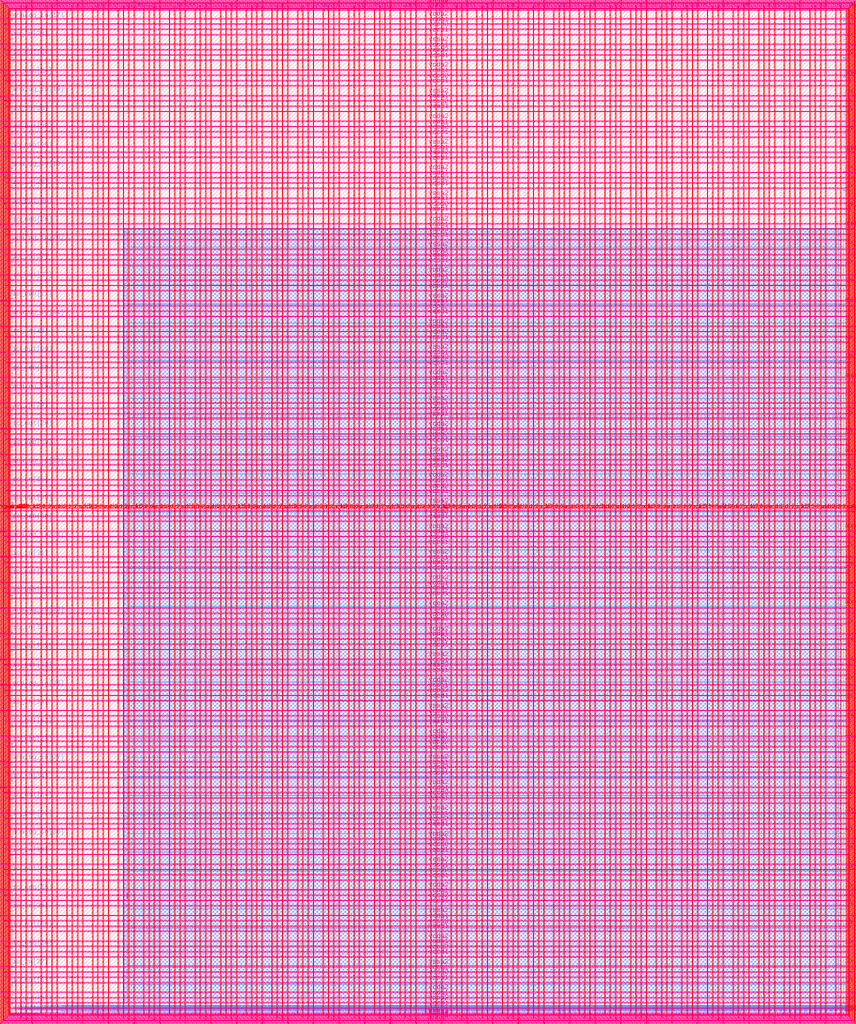
<source format=lef>
VERSION 5.7 ;
  NOWIREEXTENSIONATPIN ON ;
  DIVIDERCHAR "/" ;
  BUSBITCHARS "[]" ;
MACRO user_project_wrapper
  CLASS BLOCK ;
  FOREIGN user_project_wrapper ;
  ORIGIN 0.000 0.000 ;
  SIZE 2920.000 BY 3520.000 ;
  PIN analog_io[0]
    DIRECTION INOUT ;
    USE SIGNAL ;
    PORT
      LAYER met3 ;
        RECT 2917.600 1426.380 2924.800 1427.580 ;
    END
  END analog_io[0]
  PIN analog_io[10]
    DIRECTION INOUT ;
    USE SIGNAL ;
    PORT
      LAYER met2 ;
        RECT 2230.490 3517.600 2231.050 3524.800 ;
    END
  END analog_io[10]
  PIN analog_io[11]
    DIRECTION INOUT ;
    USE SIGNAL ;
    PORT
      LAYER met2 ;
        RECT 1905.730 3517.600 1906.290 3524.800 ;
    END
  END analog_io[11]
  PIN analog_io[12]
    DIRECTION INOUT ;
    USE SIGNAL ;
    PORT
      LAYER met2 ;
        RECT 1581.430 3517.600 1581.990 3524.800 ;
    END
  END analog_io[12]
  PIN analog_io[13]
    DIRECTION INOUT ;
    USE SIGNAL ;
    PORT
      LAYER met2 ;
        RECT 1257.130 3517.600 1257.690 3524.800 ;
    END
  END analog_io[13]
  PIN analog_io[14]
    DIRECTION INOUT ;
    USE SIGNAL ;
    PORT
      LAYER met2 ;
        RECT 932.370 3517.600 932.930 3524.800 ;
    END
  END analog_io[14]
  PIN analog_io[15]
    DIRECTION INOUT ;
    USE SIGNAL ;
    PORT
      LAYER met2 ;
        RECT 608.070 3517.600 608.630 3524.800 ;
    END
  END analog_io[15]
  PIN analog_io[16]
    DIRECTION INOUT ;
    USE SIGNAL ;
    PORT
      LAYER met2 ;
        RECT 283.770 3517.600 284.330 3524.800 ;
    END
  END analog_io[16]
  PIN analog_io[17]
    DIRECTION INOUT ;
    USE SIGNAL ;
    PORT
      LAYER met3 ;
        RECT -4.800 3486.100 2.400 3487.300 ;
    END
  END analog_io[17]
  PIN analog_io[18]
    DIRECTION INOUT ;
    USE SIGNAL ;
    PORT
      LAYER met3 ;
        RECT -4.800 3224.980 2.400 3226.180 ;
    END
  END analog_io[18]
  PIN analog_io[19]
    DIRECTION INOUT ;
    USE SIGNAL ;
    PORT
      LAYER met3 ;
        RECT -4.800 2964.540 2.400 2965.740 ;
    END
  END analog_io[19]
  PIN analog_io[1]
    DIRECTION INOUT ;
    USE SIGNAL ;
    PORT
      LAYER met3 ;
        RECT 2917.600 1692.260 2924.800 1693.460 ;
    END
  END analog_io[1]
  PIN analog_io[20]
    DIRECTION INOUT ;
    USE SIGNAL ;
    PORT
      LAYER met3 ;
        RECT -4.800 2703.420 2.400 2704.620 ;
    END
  END analog_io[20]
  PIN analog_io[21]
    DIRECTION INOUT ;
    USE SIGNAL ;
    PORT
      LAYER met3 ;
        RECT -4.800 2442.980 2.400 2444.180 ;
    END
  END analog_io[21]
  PIN analog_io[22]
    DIRECTION INOUT ;
    USE SIGNAL ;
    PORT
      LAYER met3 ;
        RECT -4.800 2182.540 2.400 2183.740 ;
    END
  END analog_io[22]
  PIN analog_io[23]
    DIRECTION INOUT ;
    USE SIGNAL ;
    PORT
      LAYER met3 ;
        RECT -4.800 1921.420 2.400 1922.620 ;
    END
  END analog_io[23]
  PIN analog_io[24]
    DIRECTION INOUT ;
    USE SIGNAL ;
    PORT
      LAYER met3 ;
        RECT -4.800 1660.980 2.400 1662.180 ;
    END
  END analog_io[24]
  PIN analog_io[25]
    DIRECTION INOUT ;
    USE SIGNAL ;
    PORT
      LAYER met3 ;
        RECT -4.800 1399.860 2.400 1401.060 ;
    END
  END analog_io[25]
  PIN analog_io[26]
    DIRECTION INOUT ;
    USE SIGNAL ;
    PORT
      LAYER met3 ;
        RECT -4.800 1139.420 2.400 1140.620 ;
    END
  END analog_io[26]
  PIN analog_io[27]
    DIRECTION INOUT ;
    USE SIGNAL ;
    PORT
      LAYER met3 ;
        RECT -4.800 878.980 2.400 880.180 ;
    END
  END analog_io[27]
  PIN analog_io[28]
    DIRECTION INOUT ;
    USE SIGNAL ;
    PORT
      LAYER met3 ;
        RECT -4.800 617.860 2.400 619.060 ;
    END
  END analog_io[28]
  PIN analog_io[2]
    DIRECTION INOUT ;
    USE SIGNAL ;
    PORT
      LAYER met3 ;
        RECT 2917.600 1958.140 2924.800 1959.340 ;
    END
  END analog_io[2]
  PIN analog_io[3]
    DIRECTION INOUT ;
    USE SIGNAL ;
    PORT
      LAYER met3 ;
        RECT 2917.600 2223.340 2924.800 2224.540 ;
    END
  END analog_io[3]
  PIN analog_io[4]
    DIRECTION INOUT ;
    USE SIGNAL ;
    PORT
      LAYER met3 ;
        RECT 2917.600 2489.220 2924.800 2490.420 ;
    END
  END analog_io[4]
  PIN analog_io[5]
    DIRECTION INOUT ;
    USE SIGNAL ;
    PORT
      LAYER met3 ;
        RECT 2917.600 2755.100 2924.800 2756.300 ;
    END
  END analog_io[5]
  PIN analog_io[6]
    DIRECTION INOUT ;
    USE SIGNAL ;
    PORT
      LAYER met3 ;
        RECT 2917.600 3020.300 2924.800 3021.500 ;
    END
  END analog_io[6]
  PIN analog_io[7]
    DIRECTION INOUT ;
    USE SIGNAL ;
    PORT
      LAYER met3 ;
        RECT 2917.600 3286.180 2924.800 3287.380 ;
    END
  END analog_io[7]
  PIN analog_io[8]
    DIRECTION INOUT ;
    USE SIGNAL ;
    PORT
      LAYER met2 ;
        RECT 2879.090 3517.600 2879.650 3524.800 ;
    END
  END analog_io[8]
  PIN analog_io[9]
    DIRECTION INOUT ;
    USE SIGNAL ;
    PORT
      LAYER met2 ;
        RECT 2554.790 3517.600 2555.350 3524.800 ;
    END
  END analog_io[9]
  PIN io_in[0]
    DIRECTION INPUT ;
    USE SIGNAL ;
    PORT
      LAYER met3 ;
        RECT 2917.600 32.380 2924.800 33.580 ;
    END
  END io_in[0]
  PIN io_in[10]
    DIRECTION INPUT ;
    USE SIGNAL ;
    PORT
      LAYER met3 ;
        RECT 2917.600 2289.980 2924.800 2291.180 ;
    END
  END io_in[10]
  PIN io_in[11]
    DIRECTION INPUT ;
    USE SIGNAL ;
    PORT
      LAYER met3 ;
        RECT 2917.600 2555.860 2924.800 2557.060 ;
    END
  END io_in[11]
  PIN io_in[12]
    DIRECTION INPUT ;
    USE SIGNAL ;
    PORT
      LAYER met3 ;
        RECT 2917.600 2821.060 2924.800 2822.260 ;
    END
  END io_in[12]
  PIN io_in[13]
    DIRECTION INPUT ;
    USE SIGNAL ;
    PORT
      LAYER met3 ;
        RECT 2917.600 3086.940 2924.800 3088.140 ;
    END
  END io_in[13]
  PIN io_in[14]
    DIRECTION INPUT ;
    USE SIGNAL ;
    PORT
      LAYER met3 ;
        RECT 2917.600 3352.820 2924.800 3354.020 ;
    END
  END io_in[14]
  PIN io_in[15]
    DIRECTION INPUT ;
    USE SIGNAL ;
    PORT
      LAYER met2 ;
        RECT 2798.130 3517.600 2798.690 3524.800 ;
    END
  END io_in[15]
  PIN io_in[16]
    DIRECTION INPUT ;
    USE SIGNAL ;
    PORT
      LAYER met2 ;
        RECT 2473.830 3517.600 2474.390 3524.800 ;
    END
  END io_in[16]
  PIN io_in[17]
    DIRECTION INPUT ;
    USE SIGNAL ;
    PORT
      LAYER met2 ;
        RECT 2149.070 3517.600 2149.630 3524.800 ;
    END
  END io_in[17]
  PIN io_in[18]
    DIRECTION INPUT ;
    USE SIGNAL ;
    PORT
      LAYER met2 ;
        RECT 1824.770 3517.600 1825.330 3524.800 ;
    END
  END io_in[18]
  PIN io_in[19]
    DIRECTION INPUT ;
    USE SIGNAL ;
    PORT
      LAYER met2 ;
        RECT 1500.470 3517.600 1501.030 3524.800 ;
    END
  END io_in[19]
  PIN io_in[1]
    DIRECTION INPUT ;
    USE SIGNAL ;
    PORT
      LAYER met3 ;
        RECT 2917.600 230.940 2924.800 232.140 ;
    END
  END io_in[1]
  PIN io_in[20]
    DIRECTION INPUT ;
    USE SIGNAL ;
    PORT
      LAYER met2 ;
        RECT 1175.710 3517.600 1176.270 3524.800 ;
    END
  END io_in[20]
  PIN io_in[21]
    DIRECTION INPUT ;
    USE SIGNAL ;
    PORT
      LAYER met2 ;
        RECT 851.410 3517.600 851.970 3524.800 ;
    END
  END io_in[21]
  PIN io_in[22]
    DIRECTION INPUT ;
    USE SIGNAL ;
    PORT
      LAYER met2 ;
        RECT 527.110 3517.600 527.670 3524.800 ;
    END
  END io_in[22]
  PIN io_in[23]
    DIRECTION INPUT ;
    USE SIGNAL ;
    PORT
      LAYER met2 ;
        RECT 202.350 3517.600 202.910 3524.800 ;
    END
  END io_in[23]
  PIN io_in[24]
    DIRECTION INPUT ;
    USE SIGNAL ;
    PORT
      LAYER met3 ;
        RECT -4.800 3420.820 2.400 3422.020 ;
    END
  END io_in[24]
  PIN io_in[25]
    DIRECTION INPUT ;
    USE SIGNAL ;
    PORT
      LAYER met3 ;
        RECT -4.800 3159.700 2.400 3160.900 ;
    END
  END io_in[25]
  PIN io_in[26]
    DIRECTION INPUT ;
    USE SIGNAL ;
    PORT
      LAYER met3 ;
        RECT -4.800 2899.260 2.400 2900.460 ;
    END
  END io_in[26]
  PIN io_in[27]
    DIRECTION INPUT ;
    USE SIGNAL ;
    PORT
      LAYER met3 ;
        RECT -4.800 2638.820 2.400 2640.020 ;
    END
  END io_in[27]
  PIN io_in[28]
    DIRECTION INPUT ;
    USE SIGNAL ;
    PORT
      LAYER met3 ;
        RECT -4.800 2377.700 2.400 2378.900 ;
    END
  END io_in[28]
  PIN io_in[29]
    DIRECTION INPUT ;
    USE SIGNAL ;
    PORT
      LAYER met3 ;
        RECT -4.800 2117.260 2.400 2118.460 ;
    END
  END io_in[29]
  PIN io_in[2]
    DIRECTION INPUT ;
    USE SIGNAL ;
    PORT
      LAYER met3 ;
        RECT 2917.600 430.180 2924.800 431.380 ;
    END
  END io_in[2]
  PIN io_in[30]
    DIRECTION INPUT ;
    USE SIGNAL ;
    PORT
      LAYER met3 ;
        RECT -4.800 1856.140 2.400 1857.340 ;
    END
  END io_in[30]
  PIN io_in[31]
    DIRECTION INPUT ;
    USE SIGNAL ;
    PORT
      LAYER met3 ;
        RECT -4.800 1595.700 2.400 1596.900 ;
    END
  END io_in[31]
  PIN io_in[32]
    DIRECTION INPUT ;
    USE SIGNAL ;
    PORT
      LAYER met3 ;
        RECT -4.800 1335.260 2.400 1336.460 ;
    END
  END io_in[32]
  PIN io_in[33]
    DIRECTION INPUT ;
    USE SIGNAL ;
    PORT
      LAYER met3 ;
        RECT -4.800 1074.140 2.400 1075.340 ;
    END
  END io_in[33]
  PIN io_in[34]
    DIRECTION INPUT ;
    USE SIGNAL ;
    PORT
      LAYER met3 ;
        RECT -4.800 813.700 2.400 814.900 ;
    END
  END io_in[34]
  PIN io_in[35]
    DIRECTION INPUT ;
    USE SIGNAL ;
    PORT
      LAYER met3 ;
        RECT -4.800 552.580 2.400 553.780 ;
    END
  END io_in[35]
  PIN io_in[36]
    DIRECTION INPUT ;
    USE SIGNAL ;
    PORT
      LAYER met3 ;
        RECT -4.800 357.420 2.400 358.620 ;
    END
  END io_in[36]
  PIN io_in[37]
    DIRECTION INPUT ;
    USE SIGNAL ;
    PORT
      LAYER met3 ;
        RECT -4.800 161.580 2.400 162.780 ;
    END
  END io_in[37]
  PIN io_in[3]
    DIRECTION INPUT ;
    USE SIGNAL ;
    PORT
      LAYER met3 ;
        RECT 2917.600 629.420 2924.800 630.620 ;
    END
  END io_in[3]
  PIN io_in[4]
    DIRECTION INPUT ;
    USE SIGNAL ;
    PORT
      LAYER met3 ;
        RECT 2917.600 828.660 2924.800 829.860 ;
    END
  END io_in[4]
  PIN io_in[5]
    DIRECTION INPUT ;
    USE SIGNAL ;
    PORT
      LAYER met3 ;
        RECT 2917.600 1027.900 2924.800 1029.100 ;
    END
  END io_in[5]
  PIN io_in[6]
    DIRECTION INPUT ;
    USE SIGNAL ;
    PORT
      LAYER met3 ;
        RECT 2917.600 1227.140 2924.800 1228.340 ;
    END
  END io_in[6]
  PIN io_in[7]
    DIRECTION INPUT ;
    USE SIGNAL ;
    PORT
      LAYER met3 ;
        RECT 2917.600 1493.020 2924.800 1494.220 ;
    END
  END io_in[7]
  PIN io_in[8]
    DIRECTION INPUT ;
    USE SIGNAL ;
    PORT
      LAYER met3 ;
        RECT 2917.600 1758.900 2924.800 1760.100 ;
    END
  END io_in[8]
  PIN io_in[9]
    DIRECTION INPUT ;
    USE SIGNAL ;
    PORT
      LAYER met3 ;
        RECT 2917.600 2024.100 2924.800 2025.300 ;
    END
  END io_in[9]
  PIN io_oeb[0]
    DIRECTION OUTPUT TRISTATE ;
    USE SIGNAL ;
    PORT
      LAYER met3 ;
        RECT 2917.600 164.980 2924.800 166.180 ;
    END
  END io_oeb[0]
  PIN io_oeb[10]
    DIRECTION OUTPUT TRISTATE ;
    USE SIGNAL ;
    PORT
      LAYER met3 ;
        RECT 2917.600 2422.580 2924.800 2423.780 ;
    END
  END io_oeb[10]
  PIN io_oeb[11]
    DIRECTION OUTPUT TRISTATE ;
    USE SIGNAL ;
    PORT
      LAYER met3 ;
        RECT 2917.600 2688.460 2924.800 2689.660 ;
    END
  END io_oeb[11]
  PIN io_oeb[12]
    DIRECTION OUTPUT TRISTATE ;
    USE SIGNAL ;
    PORT
      LAYER met3 ;
        RECT 2917.600 2954.340 2924.800 2955.540 ;
    END
  END io_oeb[12]
  PIN io_oeb[13]
    DIRECTION OUTPUT TRISTATE ;
    USE SIGNAL ;
    PORT
      LAYER met3 ;
        RECT 2917.600 3219.540 2924.800 3220.740 ;
    END
  END io_oeb[13]
  PIN io_oeb[14]
    DIRECTION OUTPUT TRISTATE ;
    USE SIGNAL ;
    PORT
      LAYER met3 ;
        RECT 2917.600 3485.420 2924.800 3486.620 ;
    END
  END io_oeb[14]
  PIN io_oeb[15]
    DIRECTION OUTPUT TRISTATE ;
    USE SIGNAL ;
    PORT
      LAYER met2 ;
        RECT 2635.750 3517.600 2636.310 3524.800 ;
    END
  END io_oeb[15]
  PIN io_oeb[16]
    DIRECTION OUTPUT TRISTATE ;
    USE SIGNAL ;
    PORT
      LAYER met2 ;
        RECT 2311.450 3517.600 2312.010 3524.800 ;
    END
  END io_oeb[16]
  PIN io_oeb[17]
    DIRECTION OUTPUT TRISTATE ;
    USE SIGNAL ;
    PORT
      LAYER met2 ;
        RECT 1987.150 3517.600 1987.710 3524.800 ;
    END
  END io_oeb[17]
  PIN io_oeb[18]
    DIRECTION OUTPUT TRISTATE ;
    USE SIGNAL ;
    PORT
      LAYER met2 ;
        RECT 1662.390 3517.600 1662.950 3524.800 ;
    END
  END io_oeb[18]
  PIN io_oeb[19]
    DIRECTION OUTPUT TRISTATE ;
    USE SIGNAL ;
    PORT
      LAYER met2 ;
        RECT 1338.090 3517.600 1338.650 3524.800 ;
    END
  END io_oeb[19]
  PIN io_oeb[1]
    DIRECTION OUTPUT TRISTATE ;
    USE SIGNAL ;
    PORT
      LAYER met3 ;
        RECT 2917.600 364.220 2924.800 365.420 ;
    END
  END io_oeb[1]
  PIN io_oeb[20]
    DIRECTION OUTPUT TRISTATE ;
    USE SIGNAL ;
    PORT
      LAYER met2 ;
        RECT 1013.790 3517.600 1014.350 3524.800 ;
    END
  END io_oeb[20]
  PIN io_oeb[21]
    DIRECTION OUTPUT TRISTATE ;
    USE SIGNAL ;
    PORT
      LAYER met2 ;
        RECT 689.030 3517.600 689.590 3524.800 ;
    END
  END io_oeb[21]
  PIN io_oeb[22]
    DIRECTION OUTPUT TRISTATE ;
    USE SIGNAL ;
    PORT
      LAYER met2 ;
        RECT 364.730 3517.600 365.290 3524.800 ;
    END
  END io_oeb[22]
  PIN io_oeb[23]
    DIRECTION OUTPUT TRISTATE ;
    USE SIGNAL ;
    PORT
      LAYER met2 ;
        RECT 40.430 3517.600 40.990 3524.800 ;
    END
  END io_oeb[23]
  PIN io_oeb[24]
    DIRECTION OUTPUT TRISTATE ;
    USE SIGNAL ;
    PORT
      LAYER met3 ;
        RECT -4.800 3290.260 2.400 3291.460 ;
    END
  END io_oeb[24]
  PIN io_oeb[25]
    DIRECTION OUTPUT TRISTATE ;
    USE SIGNAL ;
    PORT
      LAYER met3 ;
        RECT -4.800 3029.820 2.400 3031.020 ;
    END
  END io_oeb[25]
  PIN io_oeb[26]
    DIRECTION OUTPUT TRISTATE ;
    USE SIGNAL ;
    PORT
      LAYER met3 ;
        RECT -4.800 2768.700 2.400 2769.900 ;
    END
  END io_oeb[26]
  PIN io_oeb[27]
    DIRECTION OUTPUT TRISTATE ;
    USE SIGNAL ;
    PORT
      LAYER met3 ;
        RECT -4.800 2508.260 2.400 2509.460 ;
    END
  END io_oeb[27]
  PIN io_oeb[28]
    DIRECTION OUTPUT TRISTATE ;
    USE SIGNAL ;
    PORT
      LAYER met3 ;
        RECT -4.800 2247.140 2.400 2248.340 ;
    END
  END io_oeb[28]
  PIN io_oeb[29]
    DIRECTION OUTPUT TRISTATE ;
    USE SIGNAL ;
    PORT
      LAYER met3 ;
        RECT -4.800 1986.700 2.400 1987.900 ;
    END
  END io_oeb[29]
  PIN io_oeb[2]
    DIRECTION OUTPUT TRISTATE ;
    USE SIGNAL ;
    PORT
      LAYER met3 ;
        RECT 2917.600 563.460 2924.800 564.660 ;
    END
  END io_oeb[2]
  PIN io_oeb[30]
    DIRECTION OUTPUT TRISTATE ;
    USE SIGNAL ;
    PORT
      LAYER met3 ;
        RECT -4.800 1726.260 2.400 1727.460 ;
    END
  END io_oeb[30]
  PIN io_oeb[31]
    DIRECTION OUTPUT TRISTATE ;
    USE SIGNAL ;
    PORT
      LAYER met3 ;
        RECT -4.800 1465.140 2.400 1466.340 ;
    END
  END io_oeb[31]
  PIN io_oeb[32]
    DIRECTION OUTPUT TRISTATE ;
    USE SIGNAL ;
    PORT
      LAYER met3 ;
        RECT -4.800 1204.700 2.400 1205.900 ;
    END
  END io_oeb[32]
  PIN io_oeb[33]
    DIRECTION OUTPUT TRISTATE ;
    USE SIGNAL ;
    PORT
      LAYER met3 ;
        RECT -4.800 943.580 2.400 944.780 ;
    END
  END io_oeb[33]
  PIN io_oeb[34]
    DIRECTION OUTPUT TRISTATE ;
    USE SIGNAL ;
    PORT
      LAYER met3 ;
        RECT -4.800 683.140 2.400 684.340 ;
    END
  END io_oeb[34]
  PIN io_oeb[35]
    DIRECTION OUTPUT TRISTATE ;
    USE SIGNAL ;
    PORT
      LAYER met3 ;
        RECT -4.800 422.700 2.400 423.900 ;
    END
  END io_oeb[35]
  PIN io_oeb[36]
    DIRECTION OUTPUT TRISTATE ;
    USE SIGNAL ;
    PORT
      LAYER met3 ;
        RECT -4.800 226.860 2.400 228.060 ;
    END
  END io_oeb[36]
  PIN io_oeb[37]
    DIRECTION OUTPUT TRISTATE ;
    USE SIGNAL ;
    PORT
      LAYER met3 ;
        RECT -4.800 31.700 2.400 32.900 ;
    END
  END io_oeb[37]
  PIN io_oeb[3]
    DIRECTION OUTPUT TRISTATE ;
    USE SIGNAL ;
    PORT
      LAYER met3 ;
        RECT 2917.600 762.700 2924.800 763.900 ;
    END
  END io_oeb[3]
  PIN io_oeb[4]
    DIRECTION OUTPUT TRISTATE ;
    USE SIGNAL ;
    PORT
      LAYER met3 ;
        RECT 2917.600 961.940 2924.800 963.140 ;
    END
  END io_oeb[4]
  PIN io_oeb[5]
    DIRECTION OUTPUT TRISTATE ;
    USE SIGNAL ;
    PORT
      LAYER met3 ;
        RECT 2917.600 1161.180 2924.800 1162.380 ;
    END
  END io_oeb[5]
  PIN io_oeb[6]
    DIRECTION OUTPUT TRISTATE ;
    USE SIGNAL ;
    PORT
      LAYER met3 ;
        RECT 2917.600 1360.420 2924.800 1361.620 ;
    END
  END io_oeb[6]
  PIN io_oeb[7]
    DIRECTION OUTPUT TRISTATE ;
    USE SIGNAL ;
    PORT
      LAYER met3 ;
        RECT 2917.600 1625.620 2924.800 1626.820 ;
    END
  END io_oeb[7]
  PIN io_oeb[8]
    DIRECTION OUTPUT TRISTATE ;
    USE SIGNAL ;
    PORT
      LAYER met3 ;
        RECT 2917.600 1891.500 2924.800 1892.700 ;
    END
  END io_oeb[8]
  PIN io_oeb[9]
    DIRECTION OUTPUT TRISTATE ;
    USE SIGNAL ;
    PORT
      LAYER met3 ;
        RECT 2917.600 2157.380 2924.800 2158.580 ;
    END
  END io_oeb[9]
  PIN io_out[0]
    DIRECTION OUTPUT TRISTATE ;
    USE SIGNAL ;
    PORT
      LAYER met3 ;
        RECT 2917.600 98.340 2924.800 99.540 ;
    END
  END io_out[0]
  PIN io_out[10]
    DIRECTION OUTPUT TRISTATE ;
    USE SIGNAL ;
    PORT
      LAYER met3 ;
        RECT 2917.600 2356.620 2924.800 2357.820 ;
    END
  END io_out[10]
  PIN io_out[11]
    DIRECTION OUTPUT TRISTATE ;
    USE SIGNAL ;
    PORT
      LAYER met3 ;
        RECT 2917.600 2621.820 2924.800 2623.020 ;
    END
  END io_out[11]
  PIN io_out[12]
    DIRECTION OUTPUT TRISTATE ;
    USE SIGNAL ;
    PORT
      LAYER met3 ;
        RECT 2917.600 2887.700 2924.800 2888.900 ;
    END
  END io_out[12]
  PIN io_out[13]
    DIRECTION OUTPUT TRISTATE ;
    USE SIGNAL ;
    PORT
      LAYER met3 ;
        RECT 2917.600 3153.580 2924.800 3154.780 ;
    END
  END io_out[13]
  PIN io_out[14]
    DIRECTION OUTPUT TRISTATE ;
    USE SIGNAL ;
    PORT
      LAYER met3 ;
        RECT 2917.600 3418.780 2924.800 3419.980 ;
    END
  END io_out[14]
  PIN io_out[15]
    DIRECTION OUTPUT TRISTATE ;
    USE SIGNAL ;
    PORT
      LAYER met2 ;
        RECT 2717.170 3517.600 2717.730 3524.800 ;
    END
  END io_out[15]
  PIN io_out[16]
    DIRECTION OUTPUT TRISTATE ;
    USE SIGNAL ;
    PORT
      LAYER met2 ;
        RECT 2392.410 3517.600 2392.970 3524.800 ;
    END
  END io_out[16]
  PIN io_out[17]
    DIRECTION OUTPUT TRISTATE ;
    USE SIGNAL ;
    PORT
      LAYER met2 ;
        RECT 2068.110 3517.600 2068.670 3524.800 ;
    END
  END io_out[17]
  PIN io_out[18]
    DIRECTION OUTPUT TRISTATE ;
    USE SIGNAL ;
    PORT
      LAYER met2 ;
        RECT 1743.810 3517.600 1744.370 3524.800 ;
    END
  END io_out[18]
  PIN io_out[19]
    DIRECTION OUTPUT TRISTATE ;
    USE SIGNAL ;
    PORT
      LAYER met2 ;
        RECT 1419.050 3517.600 1419.610 3524.800 ;
    END
  END io_out[19]
  PIN io_out[1]
    DIRECTION OUTPUT TRISTATE ;
    USE SIGNAL ;
    PORT
      LAYER met3 ;
        RECT 2917.600 297.580 2924.800 298.780 ;
    END
  END io_out[1]
  PIN io_out[20]
    DIRECTION OUTPUT TRISTATE ;
    USE SIGNAL ;
    PORT
      LAYER met2 ;
        RECT 1094.750 3517.600 1095.310 3524.800 ;
    END
  END io_out[20]
  PIN io_out[21]
    DIRECTION OUTPUT TRISTATE ;
    USE SIGNAL ;
    PORT
      LAYER met2 ;
        RECT 770.450 3517.600 771.010 3524.800 ;
    END
  END io_out[21]
  PIN io_out[22]
    DIRECTION OUTPUT TRISTATE ;
    USE SIGNAL ;
    PORT
      LAYER met2 ;
        RECT 445.690 3517.600 446.250 3524.800 ;
    END
  END io_out[22]
  PIN io_out[23]
    DIRECTION OUTPUT TRISTATE ;
    USE SIGNAL ;
    PORT
      LAYER met2 ;
        RECT 121.390 3517.600 121.950 3524.800 ;
    END
  END io_out[23]
  PIN io_out[24]
    DIRECTION OUTPUT TRISTATE ;
    USE SIGNAL ;
    PORT
      LAYER met3 ;
        RECT -4.800 3355.540 2.400 3356.740 ;
    END
  END io_out[24]
  PIN io_out[25]
    DIRECTION OUTPUT TRISTATE ;
    USE SIGNAL ;
    PORT
      LAYER met3 ;
        RECT -4.800 3095.100 2.400 3096.300 ;
    END
  END io_out[25]
  PIN io_out[26]
    DIRECTION OUTPUT TRISTATE ;
    USE SIGNAL ;
    PORT
      LAYER met3 ;
        RECT -4.800 2833.980 2.400 2835.180 ;
    END
  END io_out[26]
  PIN io_out[27]
    DIRECTION OUTPUT TRISTATE ;
    USE SIGNAL ;
    PORT
      LAYER met3 ;
        RECT -4.800 2573.540 2.400 2574.740 ;
    END
  END io_out[27]
  PIN io_out[28]
    DIRECTION OUTPUT TRISTATE ;
    USE SIGNAL ;
    PORT
      LAYER met3 ;
        RECT -4.800 2312.420 2.400 2313.620 ;
    END
  END io_out[28]
  PIN io_out[29]
    DIRECTION OUTPUT TRISTATE ;
    USE SIGNAL ;
    PORT
      LAYER met3 ;
        RECT -4.800 2051.980 2.400 2053.180 ;
    END
  END io_out[29]
  PIN io_out[2]
    DIRECTION OUTPUT TRISTATE ;
    USE SIGNAL ;
    PORT
      LAYER met3 ;
        RECT 2917.600 496.820 2924.800 498.020 ;
    END
  END io_out[2]
  PIN io_out[30]
    DIRECTION OUTPUT TRISTATE ;
    USE SIGNAL ;
    PORT
      LAYER met3 ;
        RECT -4.800 1791.540 2.400 1792.740 ;
    END
  END io_out[30]
  PIN io_out[31]
    DIRECTION OUTPUT TRISTATE ;
    USE SIGNAL ;
    PORT
      LAYER met3 ;
        RECT -4.800 1530.420 2.400 1531.620 ;
    END
  END io_out[31]
  PIN io_out[32]
    DIRECTION OUTPUT TRISTATE ;
    USE SIGNAL ;
    PORT
      LAYER met3 ;
        RECT -4.800 1269.980 2.400 1271.180 ;
    END
  END io_out[32]
  PIN io_out[33]
    DIRECTION OUTPUT TRISTATE ;
    USE SIGNAL ;
    PORT
      LAYER met3 ;
        RECT -4.800 1008.860 2.400 1010.060 ;
    END
  END io_out[33]
  PIN io_out[34]
    DIRECTION OUTPUT TRISTATE ;
    USE SIGNAL ;
    PORT
      LAYER met3 ;
        RECT -4.800 748.420 2.400 749.620 ;
    END
  END io_out[34]
  PIN io_out[35]
    DIRECTION OUTPUT TRISTATE ;
    USE SIGNAL ;
    PORT
      LAYER met3 ;
        RECT -4.800 487.300 2.400 488.500 ;
    END
  END io_out[35]
  PIN io_out[36]
    DIRECTION OUTPUT TRISTATE ;
    USE SIGNAL ;
    PORT
      LAYER met3 ;
        RECT -4.800 292.140 2.400 293.340 ;
    END
  END io_out[36]
  PIN io_out[37]
    DIRECTION OUTPUT TRISTATE ;
    USE SIGNAL ;
    PORT
      LAYER met3 ;
        RECT -4.800 96.300 2.400 97.500 ;
    END
  END io_out[37]
  PIN io_out[3]
    DIRECTION OUTPUT TRISTATE ;
    USE SIGNAL ;
    PORT
      LAYER met3 ;
        RECT 2917.600 696.060 2924.800 697.260 ;
    END
  END io_out[3]
  PIN io_out[4]
    DIRECTION OUTPUT TRISTATE ;
    USE SIGNAL ;
    PORT
      LAYER met3 ;
        RECT 2917.600 895.300 2924.800 896.500 ;
    END
  END io_out[4]
  PIN io_out[5]
    DIRECTION OUTPUT TRISTATE ;
    USE SIGNAL ;
    PORT
      LAYER met3 ;
        RECT 2917.600 1094.540 2924.800 1095.740 ;
    END
  END io_out[5]
  PIN io_out[6]
    DIRECTION OUTPUT TRISTATE ;
    USE SIGNAL ;
    PORT
      LAYER met3 ;
        RECT 2917.600 1293.780 2924.800 1294.980 ;
    END
  END io_out[6]
  PIN io_out[7]
    DIRECTION OUTPUT TRISTATE ;
    USE SIGNAL ;
    PORT
      LAYER met3 ;
        RECT 2917.600 1559.660 2924.800 1560.860 ;
    END
  END io_out[7]
  PIN io_out[8]
    DIRECTION OUTPUT TRISTATE ;
    USE SIGNAL ;
    PORT
      LAYER met3 ;
        RECT 2917.600 1824.860 2924.800 1826.060 ;
    END
  END io_out[8]
  PIN io_out[9]
    DIRECTION OUTPUT TRISTATE ;
    USE SIGNAL ;
    PORT
      LAYER met3 ;
        RECT 2917.600 2090.740 2924.800 2091.940 ;
    END
  END io_out[9]
  PIN la_data_in[0]
    DIRECTION INPUT ;
    USE SIGNAL ;
    PORT
      LAYER met2 ;
        RECT 629.230 -4.800 629.790 2.400 ;
    END
  END la_data_in[0]
  PIN la_data_in[100]
    DIRECTION INPUT ;
    USE SIGNAL ;
    PORT
      LAYER met2 ;
        RECT 2402.530 -4.800 2403.090 2.400 ;
    END
  END la_data_in[100]
  PIN la_data_in[101]
    DIRECTION INPUT ;
    USE SIGNAL ;
    PORT
      LAYER met2 ;
        RECT 2420.010 -4.800 2420.570 2.400 ;
    END
  END la_data_in[101]
  PIN la_data_in[102]
    DIRECTION INPUT ;
    USE SIGNAL ;
    PORT
      LAYER met2 ;
        RECT 2437.950 -4.800 2438.510 2.400 ;
    END
  END la_data_in[102]
  PIN la_data_in[103]
    DIRECTION INPUT ;
    USE SIGNAL ;
    PORT
      LAYER met2 ;
        RECT 2455.430 -4.800 2455.990 2.400 ;
    END
  END la_data_in[103]
  PIN la_data_in[104]
    DIRECTION INPUT ;
    USE SIGNAL ;
    PORT
      LAYER met2 ;
        RECT 2473.370 -4.800 2473.930 2.400 ;
    END
  END la_data_in[104]
  PIN la_data_in[105]
    DIRECTION INPUT ;
    USE SIGNAL ;
    PORT
      LAYER met2 ;
        RECT 2490.850 -4.800 2491.410 2.400 ;
    END
  END la_data_in[105]
  PIN la_data_in[106]
    DIRECTION INPUT ;
    USE SIGNAL ;
    PORT
      LAYER met2 ;
        RECT 2508.790 -4.800 2509.350 2.400 ;
    END
  END la_data_in[106]
  PIN la_data_in[107]
    DIRECTION INPUT ;
    USE SIGNAL ;
    PORT
      LAYER met2 ;
        RECT 2526.730 -4.800 2527.290 2.400 ;
    END
  END la_data_in[107]
  PIN la_data_in[108]
    DIRECTION INPUT ;
    USE SIGNAL ;
    PORT
      LAYER met2 ;
        RECT 2544.210 -4.800 2544.770 2.400 ;
    END
  END la_data_in[108]
  PIN la_data_in[109]
    DIRECTION INPUT ;
    USE SIGNAL ;
    PORT
      LAYER met2 ;
        RECT 2562.150 -4.800 2562.710 2.400 ;
    END
  END la_data_in[109]
  PIN la_data_in[10]
    DIRECTION INPUT ;
    USE SIGNAL ;
    PORT
      LAYER met2 ;
        RECT 806.330 -4.800 806.890 2.400 ;
    END
  END la_data_in[10]
  PIN la_data_in[110]
    DIRECTION INPUT ;
    USE SIGNAL ;
    PORT
      LAYER met2 ;
        RECT 2579.630 -4.800 2580.190 2.400 ;
    END
  END la_data_in[110]
  PIN la_data_in[111]
    DIRECTION INPUT ;
    USE SIGNAL ;
    PORT
      LAYER met2 ;
        RECT 2597.570 -4.800 2598.130 2.400 ;
    END
  END la_data_in[111]
  PIN la_data_in[112]
    DIRECTION INPUT ;
    USE SIGNAL ;
    PORT
      LAYER met2 ;
        RECT 2615.050 -4.800 2615.610 2.400 ;
    END
  END la_data_in[112]
  PIN la_data_in[113]
    DIRECTION INPUT ;
    USE SIGNAL ;
    PORT
      LAYER met2 ;
        RECT 2632.990 -4.800 2633.550 2.400 ;
    END
  END la_data_in[113]
  PIN la_data_in[114]
    DIRECTION INPUT ;
    USE SIGNAL ;
    PORT
      LAYER met2 ;
        RECT 2650.470 -4.800 2651.030 2.400 ;
    END
  END la_data_in[114]
  PIN la_data_in[115]
    DIRECTION INPUT ;
    USE SIGNAL ;
    PORT
      LAYER met2 ;
        RECT 2668.410 -4.800 2668.970 2.400 ;
    END
  END la_data_in[115]
  PIN la_data_in[116]
    DIRECTION INPUT ;
    USE SIGNAL ;
    PORT
      LAYER met2 ;
        RECT 2685.890 -4.800 2686.450 2.400 ;
    END
  END la_data_in[116]
  PIN la_data_in[117]
    DIRECTION INPUT ;
    USE SIGNAL ;
    PORT
      LAYER met2 ;
        RECT 2703.830 -4.800 2704.390 2.400 ;
    END
  END la_data_in[117]
  PIN la_data_in[118]
    DIRECTION INPUT ;
    USE SIGNAL ;
    PORT
      LAYER met2 ;
        RECT 2721.770 -4.800 2722.330 2.400 ;
    END
  END la_data_in[118]
  PIN la_data_in[119]
    DIRECTION INPUT ;
    USE SIGNAL ;
    PORT
      LAYER met2 ;
        RECT 2739.250 -4.800 2739.810 2.400 ;
    END
  END la_data_in[119]
  PIN la_data_in[11]
    DIRECTION INPUT ;
    USE SIGNAL ;
    PORT
      LAYER met2 ;
        RECT 824.270 -4.800 824.830 2.400 ;
    END
  END la_data_in[11]
  PIN la_data_in[120]
    DIRECTION INPUT ;
    USE SIGNAL ;
    PORT
      LAYER met2 ;
        RECT 2757.190 -4.800 2757.750 2.400 ;
    END
  END la_data_in[120]
  PIN la_data_in[121]
    DIRECTION INPUT ;
    USE SIGNAL ;
    PORT
      LAYER met2 ;
        RECT 2774.670 -4.800 2775.230 2.400 ;
    END
  END la_data_in[121]
  PIN la_data_in[122]
    DIRECTION INPUT ;
    USE SIGNAL ;
    PORT
      LAYER met2 ;
        RECT 2792.610 -4.800 2793.170 2.400 ;
    END
  END la_data_in[122]
  PIN la_data_in[123]
    DIRECTION INPUT ;
    USE SIGNAL ;
    PORT
      LAYER met2 ;
        RECT 2810.090 -4.800 2810.650 2.400 ;
    END
  END la_data_in[123]
  PIN la_data_in[124]
    DIRECTION INPUT ;
    USE SIGNAL ;
    PORT
      LAYER met2 ;
        RECT 2828.030 -4.800 2828.590 2.400 ;
    END
  END la_data_in[124]
  PIN la_data_in[125]
    DIRECTION INPUT ;
    USE SIGNAL ;
    PORT
      LAYER met2 ;
        RECT 2845.510 -4.800 2846.070 2.400 ;
    END
  END la_data_in[125]
  PIN la_data_in[126]
    DIRECTION INPUT ;
    USE SIGNAL ;
    PORT
      LAYER met2 ;
        RECT 2863.450 -4.800 2864.010 2.400 ;
    END
  END la_data_in[126]
  PIN la_data_in[127]
    DIRECTION INPUT ;
    USE SIGNAL ;
    PORT
      LAYER met2 ;
        RECT 2881.390 -4.800 2881.950 2.400 ;
    END
  END la_data_in[127]
  PIN la_data_in[12]
    DIRECTION INPUT ;
    USE SIGNAL ;
    PORT
      LAYER met2 ;
        RECT 841.750 -4.800 842.310 2.400 ;
    END
  END la_data_in[12]
  PIN la_data_in[13]
    DIRECTION INPUT ;
    USE SIGNAL ;
    PORT
      LAYER met2 ;
        RECT 859.690 -4.800 860.250 2.400 ;
    END
  END la_data_in[13]
  PIN la_data_in[14]
    DIRECTION INPUT ;
    USE SIGNAL ;
    PORT
      LAYER met2 ;
        RECT 877.170 -4.800 877.730 2.400 ;
    END
  END la_data_in[14]
  PIN la_data_in[15]
    DIRECTION INPUT ;
    USE SIGNAL ;
    PORT
      LAYER met2 ;
        RECT 895.110 -4.800 895.670 2.400 ;
    END
  END la_data_in[15]
  PIN la_data_in[16]
    DIRECTION INPUT ;
    USE SIGNAL ;
    PORT
      LAYER met2 ;
        RECT 912.590 -4.800 913.150 2.400 ;
    END
  END la_data_in[16]
  PIN la_data_in[17]
    DIRECTION INPUT ;
    USE SIGNAL ;
    PORT
      LAYER met2 ;
        RECT 930.530 -4.800 931.090 2.400 ;
    END
  END la_data_in[17]
  PIN la_data_in[18]
    DIRECTION INPUT ;
    USE SIGNAL ;
    PORT
      LAYER met2 ;
        RECT 948.470 -4.800 949.030 2.400 ;
    END
  END la_data_in[18]
  PIN la_data_in[19]
    DIRECTION INPUT ;
    USE SIGNAL ;
    PORT
      LAYER met2 ;
        RECT 965.950 -4.800 966.510 2.400 ;
    END
  END la_data_in[19]
  PIN la_data_in[1]
    DIRECTION INPUT ;
    USE SIGNAL ;
    PORT
      LAYER met2 ;
        RECT 646.710 -4.800 647.270 2.400 ;
    END
  END la_data_in[1]
  PIN la_data_in[20]
    DIRECTION INPUT ;
    USE SIGNAL ;
    PORT
      LAYER met2 ;
        RECT 983.890 -4.800 984.450 2.400 ;
    END
  END la_data_in[20]
  PIN la_data_in[21]
    DIRECTION INPUT ;
    USE SIGNAL ;
    PORT
      LAYER met2 ;
        RECT 1001.370 -4.800 1001.930 2.400 ;
    END
  END la_data_in[21]
  PIN la_data_in[22]
    DIRECTION INPUT ;
    USE SIGNAL ;
    PORT
      LAYER met2 ;
        RECT 1019.310 -4.800 1019.870 2.400 ;
    END
  END la_data_in[22]
  PIN la_data_in[23]
    DIRECTION INPUT ;
    USE SIGNAL ;
    PORT
      LAYER met2 ;
        RECT 1036.790 -4.800 1037.350 2.400 ;
    END
  END la_data_in[23]
  PIN la_data_in[24]
    DIRECTION INPUT ;
    USE SIGNAL ;
    PORT
      LAYER met2 ;
        RECT 1054.730 -4.800 1055.290 2.400 ;
    END
  END la_data_in[24]
  PIN la_data_in[25]
    DIRECTION INPUT ;
    USE SIGNAL ;
    PORT
      LAYER met2 ;
        RECT 1072.210 -4.800 1072.770 2.400 ;
    END
  END la_data_in[25]
  PIN la_data_in[26]
    DIRECTION INPUT ;
    USE SIGNAL ;
    PORT
      LAYER met2 ;
        RECT 1090.150 -4.800 1090.710 2.400 ;
    END
  END la_data_in[26]
  PIN la_data_in[27]
    DIRECTION INPUT ;
    USE SIGNAL ;
    PORT
      LAYER met2 ;
        RECT 1107.630 -4.800 1108.190 2.400 ;
    END
  END la_data_in[27]
  PIN la_data_in[28]
    DIRECTION INPUT ;
    USE SIGNAL ;
    PORT
      LAYER met2 ;
        RECT 1125.570 -4.800 1126.130 2.400 ;
    END
  END la_data_in[28]
  PIN la_data_in[29]
    DIRECTION INPUT ;
    USE SIGNAL ;
    PORT
      LAYER met2 ;
        RECT 1143.510 -4.800 1144.070 2.400 ;
    END
  END la_data_in[29]
  PIN la_data_in[2]
    DIRECTION INPUT ;
    USE SIGNAL ;
    PORT
      LAYER met2 ;
        RECT 664.650 -4.800 665.210 2.400 ;
    END
  END la_data_in[2]
  PIN la_data_in[30]
    DIRECTION INPUT ;
    USE SIGNAL ;
    PORT
      LAYER met2 ;
        RECT 1160.990 -4.800 1161.550 2.400 ;
    END
  END la_data_in[30]
  PIN la_data_in[31]
    DIRECTION INPUT ;
    USE SIGNAL ;
    PORT
      LAYER met2 ;
        RECT 1178.930 -4.800 1179.490 2.400 ;
    END
  END la_data_in[31]
  PIN la_data_in[32]
    DIRECTION INPUT ;
    USE SIGNAL ;
    PORT
      LAYER met2 ;
        RECT 1196.410 -4.800 1196.970 2.400 ;
    END
  END la_data_in[32]
  PIN la_data_in[33]
    DIRECTION INPUT ;
    USE SIGNAL ;
    PORT
      LAYER met2 ;
        RECT 1214.350 -4.800 1214.910 2.400 ;
    END
  END la_data_in[33]
  PIN la_data_in[34]
    DIRECTION INPUT ;
    USE SIGNAL ;
    PORT
      LAYER met2 ;
        RECT 1231.830 -4.800 1232.390 2.400 ;
    END
  END la_data_in[34]
  PIN la_data_in[35]
    DIRECTION INPUT ;
    USE SIGNAL ;
    PORT
      LAYER met2 ;
        RECT 1249.770 -4.800 1250.330 2.400 ;
    END
  END la_data_in[35]
  PIN la_data_in[36]
    DIRECTION INPUT ;
    USE SIGNAL ;
    PORT
      LAYER met2 ;
        RECT 1267.250 -4.800 1267.810 2.400 ;
    END
  END la_data_in[36]
  PIN la_data_in[37]
    DIRECTION INPUT ;
    USE SIGNAL ;
    PORT
      LAYER met2 ;
        RECT 1285.190 -4.800 1285.750 2.400 ;
    END
  END la_data_in[37]
  PIN la_data_in[38]
    DIRECTION INPUT ;
    USE SIGNAL ;
    PORT
      LAYER met2 ;
        RECT 1303.130 -4.800 1303.690 2.400 ;
    END
  END la_data_in[38]
  PIN la_data_in[39]
    DIRECTION INPUT ;
    USE SIGNAL ;
    PORT
      LAYER met2 ;
        RECT 1320.610 -4.800 1321.170 2.400 ;
    END
  END la_data_in[39]
  PIN la_data_in[3]
    DIRECTION INPUT ;
    USE SIGNAL ;
    PORT
      LAYER met2 ;
        RECT 682.130 -4.800 682.690 2.400 ;
    END
  END la_data_in[3]
  PIN la_data_in[40]
    DIRECTION INPUT ;
    USE SIGNAL ;
    PORT
      LAYER met2 ;
        RECT 1338.550 -4.800 1339.110 2.400 ;
    END
  END la_data_in[40]
  PIN la_data_in[41]
    DIRECTION INPUT ;
    USE SIGNAL ;
    PORT
      LAYER met2 ;
        RECT 1356.030 -4.800 1356.590 2.400 ;
    END
  END la_data_in[41]
  PIN la_data_in[42]
    DIRECTION INPUT ;
    USE SIGNAL ;
    PORT
      LAYER met2 ;
        RECT 1373.970 -4.800 1374.530 2.400 ;
    END
  END la_data_in[42]
  PIN la_data_in[43]
    DIRECTION INPUT ;
    USE SIGNAL ;
    PORT
      LAYER met2 ;
        RECT 1391.450 -4.800 1392.010 2.400 ;
    END
  END la_data_in[43]
  PIN la_data_in[44]
    DIRECTION INPUT ;
    USE SIGNAL ;
    PORT
      LAYER met2 ;
        RECT 1409.390 -4.800 1409.950 2.400 ;
    END
  END la_data_in[44]
  PIN la_data_in[45]
    DIRECTION INPUT ;
    USE SIGNAL ;
    PORT
      LAYER met2 ;
        RECT 1426.870 -4.800 1427.430 2.400 ;
    END
  END la_data_in[45]
  PIN la_data_in[46]
    DIRECTION INPUT ;
    USE SIGNAL ;
    PORT
      LAYER met2 ;
        RECT 1444.810 -4.800 1445.370 2.400 ;
    END
  END la_data_in[46]
  PIN la_data_in[47]
    DIRECTION INPUT ;
    USE SIGNAL ;
    PORT
      LAYER met2 ;
        RECT 1462.750 -4.800 1463.310 2.400 ;
    END
  END la_data_in[47]
  PIN la_data_in[48]
    DIRECTION INPUT ;
    USE SIGNAL ;
    PORT
      LAYER met2 ;
        RECT 1480.230 -4.800 1480.790 2.400 ;
    END
  END la_data_in[48]
  PIN la_data_in[49]
    DIRECTION INPUT ;
    USE SIGNAL ;
    PORT
      LAYER met2 ;
        RECT 1498.170 -4.800 1498.730 2.400 ;
    END
  END la_data_in[49]
  PIN la_data_in[4]
    DIRECTION INPUT ;
    USE SIGNAL ;
    PORT
      LAYER met2 ;
        RECT 700.070 -4.800 700.630 2.400 ;
    END
  END la_data_in[4]
  PIN la_data_in[50]
    DIRECTION INPUT ;
    USE SIGNAL ;
    PORT
      LAYER met2 ;
        RECT 1515.650 -4.800 1516.210 2.400 ;
    END
  END la_data_in[50]
  PIN la_data_in[51]
    DIRECTION INPUT ;
    USE SIGNAL ;
    PORT
      LAYER met2 ;
        RECT 1533.590 -4.800 1534.150 2.400 ;
    END
  END la_data_in[51]
  PIN la_data_in[52]
    DIRECTION INPUT ;
    USE SIGNAL ;
    PORT
      LAYER met2 ;
        RECT 1551.070 -4.800 1551.630 2.400 ;
    END
  END la_data_in[52]
  PIN la_data_in[53]
    DIRECTION INPUT ;
    USE SIGNAL ;
    PORT
      LAYER met2 ;
        RECT 1569.010 -4.800 1569.570 2.400 ;
    END
  END la_data_in[53]
  PIN la_data_in[54]
    DIRECTION INPUT ;
    USE SIGNAL ;
    PORT
      LAYER met2 ;
        RECT 1586.490 -4.800 1587.050 2.400 ;
    END
  END la_data_in[54]
  PIN la_data_in[55]
    DIRECTION INPUT ;
    USE SIGNAL ;
    PORT
      LAYER met2 ;
        RECT 1604.430 -4.800 1604.990 2.400 ;
    END
  END la_data_in[55]
  PIN la_data_in[56]
    DIRECTION INPUT ;
    USE SIGNAL ;
    PORT
      LAYER met2 ;
        RECT 1621.910 -4.800 1622.470 2.400 ;
    END
  END la_data_in[56]
  PIN la_data_in[57]
    DIRECTION INPUT ;
    USE SIGNAL ;
    PORT
      LAYER met2 ;
        RECT 1639.850 -4.800 1640.410 2.400 ;
    END
  END la_data_in[57]
  PIN la_data_in[58]
    DIRECTION INPUT ;
    USE SIGNAL ;
    PORT
      LAYER met2 ;
        RECT 1657.790 -4.800 1658.350 2.400 ;
    END
  END la_data_in[58]
  PIN la_data_in[59]
    DIRECTION INPUT ;
    USE SIGNAL ;
    PORT
      LAYER met2 ;
        RECT 1675.270 -4.800 1675.830 2.400 ;
    END
  END la_data_in[59]
  PIN la_data_in[5]
    DIRECTION INPUT ;
    USE SIGNAL ;
    PORT
      LAYER met2 ;
        RECT 717.550 -4.800 718.110 2.400 ;
    END
  END la_data_in[5]
  PIN la_data_in[60]
    DIRECTION INPUT ;
    USE SIGNAL ;
    PORT
      LAYER met2 ;
        RECT 1693.210 -4.800 1693.770 2.400 ;
    END
  END la_data_in[60]
  PIN la_data_in[61]
    DIRECTION INPUT ;
    USE SIGNAL ;
    PORT
      LAYER met2 ;
        RECT 1710.690 -4.800 1711.250 2.400 ;
    END
  END la_data_in[61]
  PIN la_data_in[62]
    DIRECTION INPUT ;
    USE SIGNAL ;
    PORT
      LAYER met2 ;
        RECT 1728.630 -4.800 1729.190 2.400 ;
    END
  END la_data_in[62]
  PIN la_data_in[63]
    DIRECTION INPUT ;
    USE SIGNAL ;
    PORT
      LAYER met2 ;
        RECT 1746.110 -4.800 1746.670 2.400 ;
    END
  END la_data_in[63]
  PIN la_data_in[64]
    DIRECTION INPUT ;
    USE SIGNAL ;
    PORT
      LAYER met2 ;
        RECT 1764.050 -4.800 1764.610 2.400 ;
    END
  END la_data_in[64]
  PIN la_data_in[65]
    DIRECTION INPUT ;
    USE SIGNAL ;
    PORT
      LAYER met2 ;
        RECT 1781.530 -4.800 1782.090 2.400 ;
    END
  END la_data_in[65]
  PIN la_data_in[66]
    DIRECTION INPUT ;
    USE SIGNAL ;
    PORT
      LAYER met2 ;
        RECT 1799.470 -4.800 1800.030 2.400 ;
    END
  END la_data_in[66]
  PIN la_data_in[67]
    DIRECTION INPUT ;
    USE SIGNAL ;
    PORT
      LAYER met2 ;
        RECT 1817.410 -4.800 1817.970 2.400 ;
    END
  END la_data_in[67]
  PIN la_data_in[68]
    DIRECTION INPUT ;
    USE SIGNAL ;
    PORT
      LAYER met2 ;
        RECT 1834.890 -4.800 1835.450 2.400 ;
    END
  END la_data_in[68]
  PIN la_data_in[69]
    DIRECTION INPUT ;
    USE SIGNAL ;
    PORT
      LAYER met2 ;
        RECT 1852.830 -4.800 1853.390 2.400 ;
    END
  END la_data_in[69]
  PIN la_data_in[6]
    DIRECTION INPUT ;
    USE SIGNAL ;
    PORT
      LAYER met2 ;
        RECT 735.490 -4.800 736.050 2.400 ;
    END
  END la_data_in[6]
  PIN la_data_in[70]
    DIRECTION INPUT ;
    USE SIGNAL ;
    PORT
      LAYER met2 ;
        RECT 1870.310 -4.800 1870.870 2.400 ;
    END
  END la_data_in[70]
  PIN la_data_in[71]
    DIRECTION INPUT ;
    USE SIGNAL ;
    PORT
      LAYER met2 ;
        RECT 1888.250 -4.800 1888.810 2.400 ;
    END
  END la_data_in[71]
  PIN la_data_in[72]
    DIRECTION INPUT ;
    USE SIGNAL ;
    PORT
      LAYER met2 ;
        RECT 1905.730 -4.800 1906.290 2.400 ;
    END
  END la_data_in[72]
  PIN la_data_in[73]
    DIRECTION INPUT ;
    USE SIGNAL ;
    PORT
      LAYER met2 ;
        RECT 1923.670 -4.800 1924.230 2.400 ;
    END
  END la_data_in[73]
  PIN la_data_in[74]
    DIRECTION INPUT ;
    USE SIGNAL ;
    PORT
      LAYER met2 ;
        RECT 1941.150 -4.800 1941.710 2.400 ;
    END
  END la_data_in[74]
  PIN la_data_in[75]
    DIRECTION INPUT ;
    USE SIGNAL ;
    PORT
      LAYER met2 ;
        RECT 1959.090 -4.800 1959.650 2.400 ;
    END
  END la_data_in[75]
  PIN la_data_in[76]
    DIRECTION INPUT ;
    USE SIGNAL ;
    PORT
      LAYER met2 ;
        RECT 1976.570 -4.800 1977.130 2.400 ;
    END
  END la_data_in[76]
  PIN la_data_in[77]
    DIRECTION INPUT ;
    USE SIGNAL ;
    PORT
      LAYER met2 ;
        RECT 1994.510 -4.800 1995.070 2.400 ;
    END
  END la_data_in[77]
  PIN la_data_in[78]
    DIRECTION INPUT ;
    USE SIGNAL ;
    PORT
      LAYER met2 ;
        RECT 2012.450 -4.800 2013.010 2.400 ;
    END
  END la_data_in[78]
  PIN la_data_in[79]
    DIRECTION INPUT ;
    USE SIGNAL ;
    PORT
      LAYER met2 ;
        RECT 2029.930 -4.800 2030.490 2.400 ;
    END
  END la_data_in[79]
  PIN la_data_in[7]
    DIRECTION INPUT ;
    USE SIGNAL ;
    PORT
      LAYER met2 ;
        RECT 752.970 -4.800 753.530 2.400 ;
    END
  END la_data_in[7]
  PIN la_data_in[80]
    DIRECTION INPUT ;
    USE SIGNAL ;
    PORT
      LAYER met2 ;
        RECT 2047.870 -4.800 2048.430 2.400 ;
    END
  END la_data_in[80]
  PIN la_data_in[81]
    DIRECTION INPUT ;
    USE SIGNAL ;
    PORT
      LAYER met2 ;
        RECT 2065.350 -4.800 2065.910 2.400 ;
    END
  END la_data_in[81]
  PIN la_data_in[82]
    DIRECTION INPUT ;
    USE SIGNAL ;
    PORT
      LAYER met2 ;
        RECT 2083.290 -4.800 2083.850 2.400 ;
    END
  END la_data_in[82]
  PIN la_data_in[83]
    DIRECTION INPUT ;
    USE SIGNAL ;
    PORT
      LAYER met2 ;
        RECT 2100.770 -4.800 2101.330 2.400 ;
    END
  END la_data_in[83]
  PIN la_data_in[84]
    DIRECTION INPUT ;
    USE SIGNAL ;
    PORT
      LAYER met2 ;
        RECT 2118.710 -4.800 2119.270 2.400 ;
    END
  END la_data_in[84]
  PIN la_data_in[85]
    DIRECTION INPUT ;
    USE SIGNAL ;
    PORT
      LAYER met2 ;
        RECT 2136.190 -4.800 2136.750 2.400 ;
    END
  END la_data_in[85]
  PIN la_data_in[86]
    DIRECTION INPUT ;
    USE SIGNAL ;
    PORT
      LAYER met2 ;
        RECT 2154.130 -4.800 2154.690 2.400 ;
    END
  END la_data_in[86]
  PIN la_data_in[87]
    DIRECTION INPUT ;
    USE SIGNAL ;
    PORT
      LAYER met2 ;
        RECT 2172.070 -4.800 2172.630 2.400 ;
    END
  END la_data_in[87]
  PIN la_data_in[88]
    DIRECTION INPUT ;
    USE SIGNAL ;
    PORT
      LAYER met2 ;
        RECT 2189.550 -4.800 2190.110 2.400 ;
    END
  END la_data_in[88]
  PIN la_data_in[89]
    DIRECTION INPUT ;
    USE SIGNAL ;
    PORT
      LAYER met2 ;
        RECT 2207.490 -4.800 2208.050 2.400 ;
    END
  END la_data_in[89]
  PIN la_data_in[8]
    DIRECTION INPUT ;
    USE SIGNAL ;
    PORT
      LAYER met2 ;
        RECT 770.910 -4.800 771.470 2.400 ;
    END
  END la_data_in[8]
  PIN la_data_in[90]
    DIRECTION INPUT ;
    USE SIGNAL ;
    PORT
      LAYER met2 ;
        RECT 2224.970 -4.800 2225.530 2.400 ;
    END
  END la_data_in[90]
  PIN la_data_in[91]
    DIRECTION INPUT ;
    USE SIGNAL ;
    PORT
      LAYER met2 ;
        RECT 2242.910 -4.800 2243.470 2.400 ;
    END
  END la_data_in[91]
  PIN la_data_in[92]
    DIRECTION INPUT ;
    USE SIGNAL ;
    PORT
      LAYER met2 ;
        RECT 2260.390 -4.800 2260.950 2.400 ;
    END
  END la_data_in[92]
  PIN la_data_in[93]
    DIRECTION INPUT ;
    USE SIGNAL ;
    PORT
      LAYER met2 ;
        RECT 2278.330 -4.800 2278.890 2.400 ;
    END
  END la_data_in[93]
  PIN la_data_in[94]
    DIRECTION INPUT ;
    USE SIGNAL ;
    PORT
      LAYER met2 ;
        RECT 2295.810 -4.800 2296.370 2.400 ;
    END
  END la_data_in[94]
  PIN la_data_in[95]
    DIRECTION INPUT ;
    USE SIGNAL ;
    PORT
      LAYER met2 ;
        RECT 2313.750 -4.800 2314.310 2.400 ;
    END
  END la_data_in[95]
  PIN la_data_in[96]
    DIRECTION INPUT ;
    USE SIGNAL ;
    PORT
      LAYER met2 ;
        RECT 2331.230 -4.800 2331.790 2.400 ;
    END
  END la_data_in[96]
  PIN la_data_in[97]
    DIRECTION INPUT ;
    USE SIGNAL ;
    PORT
      LAYER met2 ;
        RECT 2349.170 -4.800 2349.730 2.400 ;
    END
  END la_data_in[97]
  PIN la_data_in[98]
    DIRECTION INPUT ;
    USE SIGNAL ;
    PORT
      LAYER met2 ;
        RECT 2367.110 -4.800 2367.670 2.400 ;
    END
  END la_data_in[98]
  PIN la_data_in[99]
    DIRECTION INPUT ;
    USE SIGNAL ;
    PORT
      LAYER met2 ;
        RECT 2384.590 -4.800 2385.150 2.400 ;
    END
  END la_data_in[99]
  PIN la_data_in[9]
    DIRECTION INPUT ;
    USE SIGNAL ;
    PORT
      LAYER met2 ;
        RECT 788.850 -4.800 789.410 2.400 ;
    END
  END la_data_in[9]
  PIN la_data_out[0]
    DIRECTION OUTPUT TRISTATE ;
    USE SIGNAL ;
    PORT
      LAYER met2 ;
        RECT 634.750 -4.800 635.310 2.400 ;
    END
  END la_data_out[0]
  PIN la_data_out[100]
    DIRECTION OUTPUT TRISTATE ;
    USE SIGNAL ;
    PORT
      LAYER met2 ;
        RECT 2408.510 -4.800 2409.070 2.400 ;
    END
  END la_data_out[100]
  PIN la_data_out[101]
    DIRECTION OUTPUT TRISTATE ;
    USE SIGNAL ;
    PORT
      LAYER met2 ;
        RECT 2425.990 -4.800 2426.550 2.400 ;
    END
  END la_data_out[101]
  PIN la_data_out[102]
    DIRECTION OUTPUT TRISTATE ;
    USE SIGNAL ;
    PORT
      LAYER met2 ;
        RECT 2443.930 -4.800 2444.490 2.400 ;
    END
  END la_data_out[102]
  PIN la_data_out[103]
    DIRECTION OUTPUT TRISTATE ;
    USE SIGNAL ;
    PORT
      LAYER met2 ;
        RECT 2461.410 -4.800 2461.970 2.400 ;
    END
  END la_data_out[103]
  PIN la_data_out[104]
    DIRECTION OUTPUT TRISTATE ;
    USE SIGNAL ;
    PORT
      LAYER met2 ;
        RECT 2479.350 -4.800 2479.910 2.400 ;
    END
  END la_data_out[104]
  PIN la_data_out[105]
    DIRECTION OUTPUT TRISTATE ;
    USE SIGNAL ;
    PORT
      LAYER met2 ;
        RECT 2496.830 -4.800 2497.390 2.400 ;
    END
  END la_data_out[105]
  PIN la_data_out[106]
    DIRECTION OUTPUT TRISTATE ;
    USE SIGNAL ;
    PORT
      LAYER met2 ;
        RECT 2514.770 -4.800 2515.330 2.400 ;
    END
  END la_data_out[106]
  PIN la_data_out[107]
    DIRECTION OUTPUT TRISTATE ;
    USE SIGNAL ;
    PORT
      LAYER met2 ;
        RECT 2532.250 -4.800 2532.810 2.400 ;
    END
  END la_data_out[107]
  PIN la_data_out[108]
    DIRECTION OUTPUT TRISTATE ;
    USE SIGNAL ;
    PORT
      LAYER met2 ;
        RECT 2550.190 -4.800 2550.750 2.400 ;
    END
  END la_data_out[108]
  PIN la_data_out[109]
    DIRECTION OUTPUT TRISTATE ;
    USE SIGNAL ;
    PORT
      LAYER met2 ;
        RECT 2567.670 -4.800 2568.230 2.400 ;
    END
  END la_data_out[109]
  PIN la_data_out[10]
    DIRECTION OUTPUT TRISTATE ;
    USE SIGNAL ;
    PORT
      LAYER met2 ;
        RECT 812.310 -4.800 812.870 2.400 ;
    END
  END la_data_out[10]
  PIN la_data_out[110]
    DIRECTION OUTPUT TRISTATE ;
    USE SIGNAL ;
    PORT
      LAYER met2 ;
        RECT 2585.610 -4.800 2586.170 2.400 ;
    END
  END la_data_out[110]
  PIN la_data_out[111]
    DIRECTION OUTPUT TRISTATE ;
    USE SIGNAL ;
    PORT
      LAYER met2 ;
        RECT 2603.550 -4.800 2604.110 2.400 ;
    END
  END la_data_out[111]
  PIN la_data_out[112]
    DIRECTION OUTPUT TRISTATE ;
    USE SIGNAL ;
    PORT
      LAYER met2 ;
        RECT 2621.030 -4.800 2621.590 2.400 ;
    END
  END la_data_out[112]
  PIN la_data_out[113]
    DIRECTION OUTPUT TRISTATE ;
    USE SIGNAL ;
    PORT
      LAYER met2 ;
        RECT 2638.970 -4.800 2639.530 2.400 ;
    END
  END la_data_out[113]
  PIN la_data_out[114]
    DIRECTION OUTPUT TRISTATE ;
    USE SIGNAL ;
    PORT
      LAYER met2 ;
        RECT 2656.450 -4.800 2657.010 2.400 ;
    END
  END la_data_out[114]
  PIN la_data_out[115]
    DIRECTION OUTPUT TRISTATE ;
    USE SIGNAL ;
    PORT
      LAYER met2 ;
        RECT 2674.390 -4.800 2674.950 2.400 ;
    END
  END la_data_out[115]
  PIN la_data_out[116]
    DIRECTION OUTPUT TRISTATE ;
    USE SIGNAL ;
    PORT
      LAYER met2 ;
        RECT 2691.870 -4.800 2692.430 2.400 ;
    END
  END la_data_out[116]
  PIN la_data_out[117]
    DIRECTION OUTPUT TRISTATE ;
    USE SIGNAL ;
    PORT
      LAYER met2 ;
        RECT 2709.810 -4.800 2710.370 2.400 ;
    END
  END la_data_out[117]
  PIN la_data_out[118]
    DIRECTION OUTPUT TRISTATE ;
    USE SIGNAL ;
    PORT
      LAYER met2 ;
        RECT 2727.290 -4.800 2727.850 2.400 ;
    END
  END la_data_out[118]
  PIN la_data_out[119]
    DIRECTION OUTPUT TRISTATE ;
    USE SIGNAL ;
    PORT
      LAYER met2 ;
        RECT 2745.230 -4.800 2745.790 2.400 ;
    END
  END la_data_out[119]
  PIN la_data_out[11]
    DIRECTION OUTPUT TRISTATE ;
    USE SIGNAL ;
    PORT
      LAYER met2 ;
        RECT 830.250 -4.800 830.810 2.400 ;
    END
  END la_data_out[11]
  PIN la_data_out[120]
    DIRECTION OUTPUT TRISTATE ;
    USE SIGNAL ;
    PORT
      LAYER met2 ;
        RECT 2763.170 -4.800 2763.730 2.400 ;
    END
  END la_data_out[120]
  PIN la_data_out[121]
    DIRECTION OUTPUT TRISTATE ;
    USE SIGNAL ;
    PORT
      LAYER met2 ;
        RECT 2780.650 -4.800 2781.210 2.400 ;
    END
  END la_data_out[121]
  PIN la_data_out[122]
    DIRECTION OUTPUT TRISTATE ;
    USE SIGNAL ;
    PORT
      LAYER met2 ;
        RECT 2798.590 -4.800 2799.150 2.400 ;
    END
  END la_data_out[122]
  PIN la_data_out[123]
    DIRECTION OUTPUT TRISTATE ;
    USE SIGNAL ;
    PORT
      LAYER met2 ;
        RECT 2816.070 -4.800 2816.630 2.400 ;
    END
  END la_data_out[123]
  PIN la_data_out[124]
    DIRECTION OUTPUT TRISTATE ;
    USE SIGNAL ;
    PORT
      LAYER met2 ;
        RECT 2834.010 -4.800 2834.570 2.400 ;
    END
  END la_data_out[124]
  PIN la_data_out[125]
    DIRECTION OUTPUT TRISTATE ;
    USE SIGNAL ;
    PORT
      LAYER met2 ;
        RECT 2851.490 -4.800 2852.050 2.400 ;
    END
  END la_data_out[125]
  PIN la_data_out[126]
    DIRECTION OUTPUT TRISTATE ;
    USE SIGNAL ;
    PORT
      LAYER met2 ;
        RECT 2869.430 -4.800 2869.990 2.400 ;
    END
  END la_data_out[126]
  PIN la_data_out[127]
    DIRECTION OUTPUT TRISTATE ;
    USE SIGNAL ;
    PORT
      LAYER met2 ;
        RECT 2886.910 -4.800 2887.470 2.400 ;
    END
  END la_data_out[127]
  PIN la_data_out[12]
    DIRECTION OUTPUT TRISTATE ;
    USE SIGNAL ;
    PORT
      LAYER met2 ;
        RECT 847.730 -4.800 848.290 2.400 ;
    END
  END la_data_out[12]
  PIN la_data_out[13]
    DIRECTION OUTPUT TRISTATE ;
    USE SIGNAL ;
    PORT
      LAYER met2 ;
        RECT 865.670 -4.800 866.230 2.400 ;
    END
  END la_data_out[13]
  PIN la_data_out[14]
    DIRECTION OUTPUT TRISTATE ;
    USE SIGNAL ;
    PORT
      LAYER met2 ;
        RECT 883.150 -4.800 883.710 2.400 ;
    END
  END la_data_out[14]
  PIN la_data_out[15]
    DIRECTION OUTPUT TRISTATE ;
    USE SIGNAL ;
    PORT
      LAYER met2 ;
        RECT 901.090 -4.800 901.650 2.400 ;
    END
  END la_data_out[15]
  PIN la_data_out[16]
    DIRECTION OUTPUT TRISTATE ;
    USE SIGNAL ;
    PORT
      LAYER met2 ;
        RECT 918.570 -4.800 919.130 2.400 ;
    END
  END la_data_out[16]
  PIN la_data_out[17]
    DIRECTION OUTPUT TRISTATE ;
    USE SIGNAL ;
    PORT
      LAYER met2 ;
        RECT 936.510 -4.800 937.070 2.400 ;
    END
  END la_data_out[17]
  PIN la_data_out[18]
    DIRECTION OUTPUT TRISTATE ;
    USE SIGNAL ;
    PORT
      LAYER met2 ;
        RECT 953.990 -4.800 954.550 2.400 ;
    END
  END la_data_out[18]
  PIN la_data_out[19]
    DIRECTION OUTPUT TRISTATE ;
    USE SIGNAL ;
    PORT
      LAYER met2 ;
        RECT 971.930 -4.800 972.490 2.400 ;
    END
  END la_data_out[19]
  PIN la_data_out[1]
    DIRECTION OUTPUT TRISTATE ;
    USE SIGNAL ;
    PORT
      LAYER met2 ;
        RECT 652.690 -4.800 653.250 2.400 ;
    END
  END la_data_out[1]
  PIN la_data_out[20]
    DIRECTION OUTPUT TRISTATE ;
    USE SIGNAL ;
    PORT
      LAYER met2 ;
        RECT 989.410 -4.800 989.970 2.400 ;
    END
  END la_data_out[20]
  PIN la_data_out[21]
    DIRECTION OUTPUT TRISTATE ;
    USE SIGNAL ;
    PORT
      LAYER met2 ;
        RECT 1007.350 -4.800 1007.910 2.400 ;
    END
  END la_data_out[21]
  PIN la_data_out[22]
    DIRECTION OUTPUT TRISTATE ;
    USE SIGNAL ;
    PORT
      LAYER met2 ;
        RECT 1025.290 -4.800 1025.850 2.400 ;
    END
  END la_data_out[22]
  PIN la_data_out[23]
    DIRECTION OUTPUT TRISTATE ;
    USE SIGNAL ;
    PORT
      LAYER met2 ;
        RECT 1042.770 -4.800 1043.330 2.400 ;
    END
  END la_data_out[23]
  PIN la_data_out[24]
    DIRECTION OUTPUT TRISTATE ;
    USE SIGNAL ;
    PORT
      LAYER met2 ;
        RECT 1060.710 -4.800 1061.270 2.400 ;
    END
  END la_data_out[24]
  PIN la_data_out[25]
    DIRECTION OUTPUT TRISTATE ;
    USE SIGNAL ;
    PORT
      LAYER met2 ;
        RECT 1078.190 -4.800 1078.750 2.400 ;
    END
  END la_data_out[25]
  PIN la_data_out[26]
    DIRECTION OUTPUT TRISTATE ;
    USE SIGNAL ;
    PORT
      LAYER met2 ;
        RECT 1096.130 -4.800 1096.690 2.400 ;
    END
  END la_data_out[26]
  PIN la_data_out[27]
    DIRECTION OUTPUT TRISTATE ;
    USE SIGNAL ;
    PORT
      LAYER met2 ;
        RECT 1113.610 -4.800 1114.170 2.400 ;
    END
  END la_data_out[27]
  PIN la_data_out[28]
    DIRECTION OUTPUT TRISTATE ;
    USE SIGNAL ;
    PORT
      LAYER met2 ;
        RECT 1131.550 -4.800 1132.110 2.400 ;
    END
  END la_data_out[28]
  PIN la_data_out[29]
    DIRECTION OUTPUT TRISTATE ;
    USE SIGNAL ;
    PORT
      LAYER met2 ;
        RECT 1149.030 -4.800 1149.590 2.400 ;
    END
  END la_data_out[29]
  PIN la_data_out[2]
    DIRECTION OUTPUT TRISTATE ;
    USE SIGNAL ;
    PORT
      LAYER met2 ;
        RECT 670.630 -4.800 671.190 2.400 ;
    END
  END la_data_out[2]
  PIN la_data_out[30]
    DIRECTION OUTPUT TRISTATE ;
    USE SIGNAL ;
    PORT
      LAYER met2 ;
        RECT 1166.970 -4.800 1167.530 2.400 ;
    END
  END la_data_out[30]
  PIN la_data_out[31]
    DIRECTION OUTPUT TRISTATE ;
    USE SIGNAL ;
    PORT
      LAYER met2 ;
        RECT 1184.910 -4.800 1185.470 2.400 ;
    END
  END la_data_out[31]
  PIN la_data_out[32]
    DIRECTION OUTPUT TRISTATE ;
    USE SIGNAL ;
    PORT
      LAYER met2 ;
        RECT 1202.390 -4.800 1202.950 2.400 ;
    END
  END la_data_out[32]
  PIN la_data_out[33]
    DIRECTION OUTPUT TRISTATE ;
    USE SIGNAL ;
    PORT
      LAYER met2 ;
        RECT 1220.330 -4.800 1220.890 2.400 ;
    END
  END la_data_out[33]
  PIN la_data_out[34]
    DIRECTION OUTPUT TRISTATE ;
    USE SIGNAL ;
    PORT
      LAYER met2 ;
        RECT 1237.810 -4.800 1238.370 2.400 ;
    END
  END la_data_out[34]
  PIN la_data_out[35]
    DIRECTION OUTPUT TRISTATE ;
    USE SIGNAL ;
    PORT
      LAYER met2 ;
        RECT 1255.750 -4.800 1256.310 2.400 ;
    END
  END la_data_out[35]
  PIN la_data_out[36]
    DIRECTION OUTPUT TRISTATE ;
    USE SIGNAL ;
    PORT
      LAYER met2 ;
        RECT 1273.230 -4.800 1273.790 2.400 ;
    END
  END la_data_out[36]
  PIN la_data_out[37]
    DIRECTION OUTPUT TRISTATE ;
    USE SIGNAL ;
    PORT
      LAYER met2 ;
        RECT 1291.170 -4.800 1291.730 2.400 ;
    END
  END la_data_out[37]
  PIN la_data_out[38]
    DIRECTION OUTPUT TRISTATE ;
    USE SIGNAL ;
    PORT
      LAYER met2 ;
        RECT 1308.650 -4.800 1309.210 2.400 ;
    END
  END la_data_out[38]
  PIN la_data_out[39]
    DIRECTION OUTPUT TRISTATE ;
    USE SIGNAL ;
    PORT
      LAYER met2 ;
        RECT 1326.590 -4.800 1327.150 2.400 ;
    END
  END la_data_out[39]
  PIN la_data_out[3]
    DIRECTION OUTPUT TRISTATE ;
    USE SIGNAL ;
    PORT
      LAYER met2 ;
        RECT 688.110 -4.800 688.670 2.400 ;
    END
  END la_data_out[3]
  PIN la_data_out[40]
    DIRECTION OUTPUT TRISTATE ;
    USE SIGNAL ;
    PORT
      LAYER met2 ;
        RECT 1344.070 -4.800 1344.630 2.400 ;
    END
  END la_data_out[40]
  PIN la_data_out[41]
    DIRECTION OUTPUT TRISTATE ;
    USE SIGNAL ;
    PORT
      LAYER met2 ;
        RECT 1362.010 -4.800 1362.570 2.400 ;
    END
  END la_data_out[41]
  PIN la_data_out[42]
    DIRECTION OUTPUT TRISTATE ;
    USE SIGNAL ;
    PORT
      LAYER met2 ;
        RECT 1379.950 -4.800 1380.510 2.400 ;
    END
  END la_data_out[42]
  PIN la_data_out[43]
    DIRECTION OUTPUT TRISTATE ;
    USE SIGNAL ;
    PORT
      LAYER met2 ;
        RECT 1397.430 -4.800 1397.990 2.400 ;
    END
  END la_data_out[43]
  PIN la_data_out[44]
    DIRECTION OUTPUT TRISTATE ;
    USE SIGNAL ;
    PORT
      LAYER met2 ;
        RECT 1415.370 -4.800 1415.930 2.400 ;
    END
  END la_data_out[44]
  PIN la_data_out[45]
    DIRECTION OUTPUT TRISTATE ;
    USE SIGNAL ;
    PORT
      LAYER met2 ;
        RECT 1432.850 -4.800 1433.410 2.400 ;
    END
  END la_data_out[45]
  PIN la_data_out[46]
    DIRECTION OUTPUT TRISTATE ;
    USE SIGNAL ;
    PORT
      LAYER met2 ;
        RECT 1450.790 -4.800 1451.350 2.400 ;
    END
  END la_data_out[46]
  PIN la_data_out[47]
    DIRECTION OUTPUT TRISTATE ;
    USE SIGNAL ;
    PORT
      LAYER met2 ;
        RECT 1468.270 -4.800 1468.830 2.400 ;
    END
  END la_data_out[47]
  PIN la_data_out[48]
    DIRECTION OUTPUT TRISTATE ;
    USE SIGNAL ;
    PORT
      LAYER met2 ;
        RECT 1486.210 -4.800 1486.770 2.400 ;
    END
  END la_data_out[48]
  PIN la_data_out[49]
    DIRECTION OUTPUT TRISTATE ;
    USE SIGNAL ;
    PORT
      LAYER met2 ;
        RECT 1503.690 -4.800 1504.250 2.400 ;
    END
  END la_data_out[49]
  PIN la_data_out[4]
    DIRECTION OUTPUT TRISTATE ;
    USE SIGNAL ;
    PORT
      LAYER met2 ;
        RECT 706.050 -4.800 706.610 2.400 ;
    END
  END la_data_out[4]
  PIN la_data_out[50]
    DIRECTION OUTPUT TRISTATE ;
    USE SIGNAL ;
    PORT
      LAYER met2 ;
        RECT 1521.630 -4.800 1522.190 2.400 ;
    END
  END la_data_out[50]
  PIN la_data_out[51]
    DIRECTION OUTPUT TRISTATE ;
    USE SIGNAL ;
    PORT
      LAYER met2 ;
        RECT 1539.570 -4.800 1540.130 2.400 ;
    END
  END la_data_out[51]
  PIN la_data_out[52]
    DIRECTION OUTPUT TRISTATE ;
    USE SIGNAL ;
    PORT
      LAYER met2 ;
        RECT 1557.050 -4.800 1557.610 2.400 ;
    END
  END la_data_out[52]
  PIN la_data_out[53]
    DIRECTION OUTPUT TRISTATE ;
    USE SIGNAL ;
    PORT
      LAYER met2 ;
        RECT 1574.990 -4.800 1575.550 2.400 ;
    END
  END la_data_out[53]
  PIN la_data_out[54]
    DIRECTION OUTPUT TRISTATE ;
    USE SIGNAL ;
    PORT
      LAYER met2 ;
        RECT 1592.470 -4.800 1593.030 2.400 ;
    END
  END la_data_out[54]
  PIN la_data_out[55]
    DIRECTION OUTPUT TRISTATE ;
    USE SIGNAL ;
    PORT
      LAYER met2 ;
        RECT 1610.410 -4.800 1610.970 2.400 ;
    END
  END la_data_out[55]
  PIN la_data_out[56]
    DIRECTION OUTPUT TRISTATE ;
    USE SIGNAL ;
    PORT
      LAYER met2 ;
        RECT 1627.890 -4.800 1628.450 2.400 ;
    END
  END la_data_out[56]
  PIN la_data_out[57]
    DIRECTION OUTPUT TRISTATE ;
    USE SIGNAL ;
    PORT
      LAYER met2 ;
        RECT 1645.830 -4.800 1646.390 2.400 ;
    END
  END la_data_out[57]
  PIN la_data_out[58]
    DIRECTION OUTPUT TRISTATE ;
    USE SIGNAL ;
    PORT
      LAYER met2 ;
        RECT 1663.310 -4.800 1663.870 2.400 ;
    END
  END la_data_out[58]
  PIN la_data_out[59]
    DIRECTION OUTPUT TRISTATE ;
    USE SIGNAL ;
    PORT
      LAYER met2 ;
        RECT 1681.250 -4.800 1681.810 2.400 ;
    END
  END la_data_out[59]
  PIN la_data_out[5]
    DIRECTION OUTPUT TRISTATE ;
    USE SIGNAL ;
    PORT
      LAYER met2 ;
        RECT 723.530 -4.800 724.090 2.400 ;
    END
  END la_data_out[5]
  PIN la_data_out[60]
    DIRECTION OUTPUT TRISTATE ;
    USE SIGNAL ;
    PORT
      LAYER met2 ;
        RECT 1699.190 -4.800 1699.750 2.400 ;
    END
  END la_data_out[60]
  PIN la_data_out[61]
    DIRECTION OUTPUT TRISTATE ;
    USE SIGNAL ;
    PORT
      LAYER met2 ;
        RECT 1716.670 -4.800 1717.230 2.400 ;
    END
  END la_data_out[61]
  PIN la_data_out[62]
    DIRECTION OUTPUT TRISTATE ;
    USE SIGNAL ;
    PORT
      LAYER met2 ;
        RECT 1734.610 -4.800 1735.170 2.400 ;
    END
  END la_data_out[62]
  PIN la_data_out[63]
    DIRECTION OUTPUT TRISTATE ;
    USE SIGNAL ;
    PORT
      LAYER met2 ;
        RECT 1752.090 -4.800 1752.650 2.400 ;
    END
  END la_data_out[63]
  PIN la_data_out[64]
    DIRECTION OUTPUT TRISTATE ;
    USE SIGNAL ;
    PORT
      LAYER met2 ;
        RECT 1770.030 -4.800 1770.590 2.400 ;
    END
  END la_data_out[64]
  PIN la_data_out[65]
    DIRECTION OUTPUT TRISTATE ;
    USE SIGNAL ;
    PORT
      LAYER met2 ;
        RECT 1787.510 -4.800 1788.070 2.400 ;
    END
  END la_data_out[65]
  PIN la_data_out[66]
    DIRECTION OUTPUT TRISTATE ;
    USE SIGNAL ;
    PORT
      LAYER met2 ;
        RECT 1805.450 -4.800 1806.010 2.400 ;
    END
  END la_data_out[66]
  PIN la_data_out[67]
    DIRECTION OUTPUT TRISTATE ;
    USE SIGNAL ;
    PORT
      LAYER met2 ;
        RECT 1822.930 -4.800 1823.490 2.400 ;
    END
  END la_data_out[67]
  PIN la_data_out[68]
    DIRECTION OUTPUT TRISTATE ;
    USE SIGNAL ;
    PORT
      LAYER met2 ;
        RECT 1840.870 -4.800 1841.430 2.400 ;
    END
  END la_data_out[68]
  PIN la_data_out[69]
    DIRECTION OUTPUT TRISTATE ;
    USE SIGNAL ;
    PORT
      LAYER met2 ;
        RECT 1858.350 -4.800 1858.910 2.400 ;
    END
  END la_data_out[69]
  PIN la_data_out[6]
    DIRECTION OUTPUT TRISTATE ;
    USE SIGNAL ;
    PORT
      LAYER met2 ;
        RECT 741.470 -4.800 742.030 2.400 ;
    END
  END la_data_out[6]
  PIN la_data_out[70]
    DIRECTION OUTPUT TRISTATE ;
    USE SIGNAL ;
    PORT
      LAYER met2 ;
        RECT 1876.290 -4.800 1876.850 2.400 ;
    END
  END la_data_out[70]
  PIN la_data_out[71]
    DIRECTION OUTPUT TRISTATE ;
    USE SIGNAL ;
    PORT
      LAYER met2 ;
        RECT 1894.230 -4.800 1894.790 2.400 ;
    END
  END la_data_out[71]
  PIN la_data_out[72]
    DIRECTION OUTPUT TRISTATE ;
    USE SIGNAL ;
    PORT
      LAYER met2 ;
        RECT 1911.710 -4.800 1912.270 2.400 ;
    END
  END la_data_out[72]
  PIN la_data_out[73]
    DIRECTION OUTPUT TRISTATE ;
    USE SIGNAL ;
    PORT
      LAYER met2 ;
        RECT 1929.650 -4.800 1930.210 2.400 ;
    END
  END la_data_out[73]
  PIN la_data_out[74]
    DIRECTION OUTPUT TRISTATE ;
    USE SIGNAL ;
    PORT
      LAYER met2 ;
        RECT 1947.130 -4.800 1947.690 2.400 ;
    END
  END la_data_out[74]
  PIN la_data_out[75]
    DIRECTION OUTPUT TRISTATE ;
    USE SIGNAL ;
    PORT
      LAYER met2 ;
        RECT 1965.070 -4.800 1965.630 2.400 ;
    END
  END la_data_out[75]
  PIN la_data_out[76]
    DIRECTION OUTPUT TRISTATE ;
    USE SIGNAL ;
    PORT
      LAYER met2 ;
        RECT 1982.550 -4.800 1983.110 2.400 ;
    END
  END la_data_out[76]
  PIN la_data_out[77]
    DIRECTION OUTPUT TRISTATE ;
    USE SIGNAL ;
    PORT
      LAYER met2 ;
        RECT 2000.490 -4.800 2001.050 2.400 ;
    END
  END la_data_out[77]
  PIN la_data_out[78]
    DIRECTION OUTPUT TRISTATE ;
    USE SIGNAL ;
    PORT
      LAYER met2 ;
        RECT 2017.970 -4.800 2018.530 2.400 ;
    END
  END la_data_out[78]
  PIN la_data_out[79]
    DIRECTION OUTPUT TRISTATE ;
    USE SIGNAL ;
    PORT
      LAYER met2 ;
        RECT 2035.910 -4.800 2036.470 2.400 ;
    END
  END la_data_out[79]
  PIN la_data_out[7]
    DIRECTION OUTPUT TRISTATE ;
    USE SIGNAL ;
    PORT
      LAYER met2 ;
        RECT 758.950 -4.800 759.510 2.400 ;
    END
  END la_data_out[7]
  PIN la_data_out[80]
    DIRECTION OUTPUT TRISTATE ;
    USE SIGNAL ;
    PORT
      LAYER met2 ;
        RECT 2053.850 -4.800 2054.410 2.400 ;
    END
  END la_data_out[80]
  PIN la_data_out[81]
    DIRECTION OUTPUT TRISTATE ;
    USE SIGNAL ;
    PORT
      LAYER met2 ;
        RECT 2071.330 -4.800 2071.890 2.400 ;
    END
  END la_data_out[81]
  PIN la_data_out[82]
    DIRECTION OUTPUT TRISTATE ;
    USE SIGNAL ;
    PORT
      LAYER met2 ;
        RECT 2089.270 -4.800 2089.830 2.400 ;
    END
  END la_data_out[82]
  PIN la_data_out[83]
    DIRECTION OUTPUT TRISTATE ;
    USE SIGNAL ;
    PORT
      LAYER met2 ;
        RECT 2106.750 -4.800 2107.310 2.400 ;
    END
  END la_data_out[83]
  PIN la_data_out[84]
    DIRECTION OUTPUT TRISTATE ;
    USE SIGNAL ;
    PORT
      LAYER met2 ;
        RECT 2124.690 -4.800 2125.250 2.400 ;
    END
  END la_data_out[84]
  PIN la_data_out[85]
    DIRECTION OUTPUT TRISTATE ;
    USE SIGNAL ;
    PORT
      LAYER met2 ;
        RECT 2142.170 -4.800 2142.730 2.400 ;
    END
  END la_data_out[85]
  PIN la_data_out[86]
    DIRECTION OUTPUT TRISTATE ;
    USE SIGNAL ;
    PORT
      LAYER met2 ;
        RECT 2160.110 -4.800 2160.670 2.400 ;
    END
  END la_data_out[86]
  PIN la_data_out[87]
    DIRECTION OUTPUT TRISTATE ;
    USE SIGNAL ;
    PORT
      LAYER met2 ;
        RECT 2177.590 -4.800 2178.150 2.400 ;
    END
  END la_data_out[87]
  PIN la_data_out[88]
    DIRECTION OUTPUT TRISTATE ;
    USE SIGNAL ;
    PORT
      LAYER met2 ;
        RECT 2195.530 -4.800 2196.090 2.400 ;
    END
  END la_data_out[88]
  PIN la_data_out[89]
    DIRECTION OUTPUT TRISTATE ;
    USE SIGNAL ;
    PORT
      LAYER met2 ;
        RECT 2213.010 -4.800 2213.570 2.400 ;
    END
  END la_data_out[89]
  PIN la_data_out[8]
    DIRECTION OUTPUT TRISTATE ;
    USE SIGNAL ;
    PORT
      LAYER met2 ;
        RECT 776.890 -4.800 777.450 2.400 ;
    END
  END la_data_out[8]
  PIN la_data_out[90]
    DIRECTION OUTPUT TRISTATE ;
    USE SIGNAL ;
    PORT
      LAYER met2 ;
        RECT 2230.950 -4.800 2231.510 2.400 ;
    END
  END la_data_out[90]
  PIN la_data_out[91]
    DIRECTION OUTPUT TRISTATE ;
    USE SIGNAL ;
    PORT
      LAYER met2 ;
        RECT 2248.890 -4.800 2249.450 2.400 ;
    END
  END la_data_out[91]
  PIN la_data_out[92]
    DIRECTION OUTPUT TRISTATE ;
    USE SIGNAL ;
    PORT
      LAYER met2 ;
        RECT 2266.370 -4.800 2266.930 2.400 ;
    END
  END la_data_out[92]
  PIN la_data_out[93]
    DIRECTION OUTPUT TRISTATE ;
    USE SIGNAL ;
    PORT
      LAYER met2 ;
        RECT 2284.310 -4.800 2284.870 2.400 ;
    END
  END la_data_out[93]
  PIN la_data_out[94]
    DIRECTION OUTPUT TRISTATE ;
    USE SIGNAL ;
    PORT
      LAYER met2 ;
        RECT 2301.790 -4.800 2302.350 2.400 ;
    END
  END la_data_out[94]
  PIN la_data_out[95]
    DIRECTION OUTPUT TRISTATE ;
    USE SIGNAL ;
    PORT
      LAYER met2 ;
        RECT 2319.730 -4.800 2320.290 2.400 ;
    END
  END la_data_out[95]
  PIN la_data_out[96]
    DIRECTION OUTPUT TRISTATE ;
    USE SIGNAL ;
    PORT
      LAYER met2 ;
        RECT 2337.210 -4.800 2337.770 2.400 ;
    END
  END la_data_out[96]
  PIN la_data_out[97]
    DIRECTION OUTPUT TRISTATE ;
    USE SIGNAL ;
    PORT
      LAYER met2 ;
        RECT 2355.150 -4.800 2355.710 2.400 ;
    END
  END la_data_out[97]
  PIN la_data_out[98]
    DIRECTION OUTPUT TRISTATE ;
    USE SIGNAL ;
    PORT
      LAYER met2 ;
        RECT 2372.630 -4.800 2373.190 2.400 ;
    END
  END la_data_out[98]
  PIN la_data_out[99]
    DIRECTION OUTPUT TRISTATE ;
    USE SIGNAL ;
    PORT
      LAYER met2 ;
        RECT 2390.570 -4.800 2391.130 2.400 ;
    END
  END la_data_out[99]
  PIN la_data_out[9]
    DIRECTION OUTPUT TRISTATE ;
    USE SIGNAL ;
    PORT
      LAYER met2 ;
        RECT 794.370 -4.800 794.930 2.400 ;
    END
  END la_data_out[9]
  PIN la_oenb[0]
    DIRECTION INPUT ;
    USE SIGNAL ;
    PORT
      LAYER met2 ;
        RECT 640.730 -4.800 641.290 2.400 ;
    END
  END la_oenb[0]
  PIN la_oenb[100]
    DIRECTION INPUT ;
    USE SIGNAL ;
    PORT
      LAYER met2 ;
        RECT 2414.030 -4.800 2414.590 2.400 ;
    END
  END la_oenb[100]
  PIN la_oenb[101]
    DIRECTION INPUT ;
    USE SIGNAL ;
    PORT
      LAYER met2 ;
        RECT 2431.970 -4.800 2432.530 2.400 ;
    END
  END la_oenb[101]
  PIN la_oenb[102]
    DIRECTION INPUT ;
    USE SIGNAL ;
    PORT
      LAYER met2 ;
        RECT 2449.450 -4.800 2450.010 2.400 ;
    END
  END la_oenb[102]
  PIN la_oenb[103]
    DIRECTION INPUT ;
    USE SIGNAL ;
    PORT
      LAYER met2 ;
        RECT 2467.390 -4.800 2467.950 2.400 ;
    END
  END la_oenb[103]
  PIN la_oenb[104]
    DIRECTION INPUT ;
    USE SIGNAL ;
    PORT
      LAYER met2 ;
        RECT 2485.330 -4.800 2485.890 2.400 ;
    END
  END la_oenb[104]
  PIN la_oenb[105]
    DIRECTION INPUT ;
    USE SIGNAL ;
    PORT
      LAYER met2 ;
        RECT 2502.810 -4.800 2503.370 2.400 ;
    END
  END la_oenb[105]
  PIN la_oenb[106]
    DIRECTION INPUT ;
    USE SIGNAL ;
    PORT
      LAYER met2 ;
        RECT 2520.750 -4.800 2521.310 2.400 ;
    END
  END la_oenb[106]
  PIN la_oenb[107]
    DIRECTION INPUT ;
    USE SIGNAL ;
    PORT
      LAYER met2 ;
        RECT 2538.230 -4.800 2538.790 2.400 ;
    END
  END la_oenb[107]
  PIN la_oenb[108]
    DIRECTION INPUT ;
    USE SIGNAL ;
    PORT
      LAYER met2 ;
        RECT 2556.170 -4.800 2556.730 2.400 ;
    END
  END la_oenb[108]
  PIN la_oenb[109]
    DIRECTION INPUT ;
    USE SIGNAL ;
    PORT
      LAYER met2 ;
        RECT 2573.650 -4.800 2574.210 2.400 ;
    END
  END la_oenb[109]
  PIN la_oenb[10]
    DIRECTION INPUT ;
    USE SIGNAL ;
    PORT
      LAYER met2 ;
        RECT 818.290 -4.800 818.850 2.400 ;
    END
  END la_oenb[10]
  PIN la_oenb[110]
    DIRECTION INPUT ;
    USE SIGNAL ;
    PORT
      LAYER met2 ;
        RECT 2591.590 -4.800 2592.150 2.400 ;
    END
  END la_oenb[110]
  PIN la_oenb[111]
    DIRECTION INPUT ;
    USE SIGNAL ;
    PORT
      LAYER met2 ;
        RECT 2609.070 -4.800 2609.630 2.400 ;
    END
  END la_oenb[111]
  PIN la_oenb[112]
    DIRECTION INPUT ;
    USE SIGNAL ;
    PORT
      LAYER met2 ;
        RECT 2627.010 -4.800 2627.570 2.400 ;
    END
  END la_oenb[112]
  PIN la_oenb[113]
    DIRECTION INPUT ;
    USE SIGNAL ;
    PORT
      LAYER met2 ;
        RECT 2644.950 -4.800 2645.510 2.400 ;
    END
  END la_oenb[113]
  PIN la_oenb[114]
    DIRECTION INPUT ;
    USE SIGNAL ;
    PORT
      LAYER met2 ;
        RECT 2662.430 -4.800 2662.990 2.400 ;
    END
  END la_oenb[114]
  PIN la_oenb[115]
    DIRECTION INPUT ;
    USE SIGNAL ;
    PORT
      LAYER met2 ;
        RECT 2680.370 -4.800 2680.930 2.400 ;
    END
  END la_oenb[115]
  PIN la_oenb[116]
    DIRECTION INPUT ;
    USE SIGNAL ;
    PORT
      LAYER met2 ;
        RECT 2697.850 -4.800 2698.410 2.400 ;
    END
  END la_oenb[116]
  PIN la_oenb[117]
    DIRECTION INPUT ;
    USE SIGNAL ;
    PORT
      LAYER met2 ;
        RECT 2715.790 -4.800 2716.350 2.400 ;
    END
  END la_oenb[117]
  PIN la_oenb[118]
    DIRECTION INPUT ;
    USE SIGNAL ;
    PORT
      LAYER met2 ;
        RECT 2733.270 -4.800 2733.830 2.400 ;
    END
  END la_oenb[118]
  PIN la_oenb[119]
    DIRECTION INPUT ;
    USE SIGNAL ;
    PORT
      LAYER met2 ;
        RECT 2751.210 -4.800 2751.770 2.400 ;
    END
  END la_oenb[119]
  PIN la_oenb[11]
    DIRECTION INPUT ;
    USE SIGNAL ;
    PORT
      LAYER met2 ;
        RECT 835.770 -4.800 836.330 2.400 ;
    END
  END la_oenb[11]
  PIN la_oenb[120]
    DIRECTION INPUT ;
    USE SIGNAL ;
    PORT
      LAYER met2 ;
        RECT 2768.690 -4.800 2769.250 2.400 ;
    END
  END la_oenb[120]
  PIN la_oenb[121]
    DIRECTION INPUT ;
    USE SIGNAL ;
    PORT
      LAYER met2 ;
        RECT 2786.630 -4.800 2787.190 2.400 ;
    END
  END la_oenb[121]
  PIN la_oenb[122]
    DIRECTION INPUT ;
    USE SIGNAL ;
    PORT
      LAYER met2 ;
        RECT 2804.110 -4.800 2804.670 2.400 ;
    END
  END la_oenb[122]
  PIN la_oenb[123]
    DIRECTION INPUT ;
    USE SIGNAL ;
    PORT
      LAYER met2 ;
        RECT 2822.050 -4.800 2822.610 2.400 ;
    END
  END la_oenb[123]
  PIN la_oenb[124]
    DIRECTION INPUT ;
    USE SIGNAL ;
    PORT
      LAYER met2 ;
        RECT 2839.990 -4.800 2840.550 2.400 ;
    END
  END la_oenb[124]
  PIN la_oenb[125]
    DIRECTION INPUT ;
    USE SIGNAL ;
    PORT
      LAYER met2 ;
        RECT 2857.470 -4.800 2858.030 2.400 ;
    END
  END la_oenb[125]
  PIN la_oenb[126]
    DIRECTION INPUT ;
    USE SIGNAL ;
    PORT
      LAYER met2 ;
        RECT 2875.410 -4.800 2875.970 2.400 ;
    END
  END la_oenb[126]
  PIN la_oenb[127]
    DIRECTION INPUT ;
    USE SIGNAL ;
    PORT
      LAYER met2 ;
        RECT 2892.890 -4.800 2893.450 2.400 ;
    END
  END la_oenb[127]
  PIN la_oenb[12]
    DIRECTION INPUT ;
    USE SIGNAL ;
    PORT
      LAYER met2 ;
        RECT 853.710 -4.800 854.270 2.400 ;
    END
  END la_oenb[12]
  PIN la_oenb[13]
    DIRECTION INPUT ;
    USE SIGNAL ;
    PORT
      LAYER met2 ;
        RECT 871.190 -4.800 871.750 2.400 ;
    END
  END la_oenb[13]
  PIN la_oenb[14]
    DIRECTION INPUT ;
    USE SIGNAL ;
    PORT
      LAYER met2 ;
        RECT 889.130 -4.800 889.690 2.400 ;
    END
  END la_oenb[14]
  PIN la_oenb[15]
    DIRECTION INPUT ;
    USE SIGNAL ;
    PORT
      LAYER met2 ;
        RECT 907.070 -4.800 907.630 2.400 ;
    END
  END la_oenb[15]
  PIN la_oenb[16]
    DIRECTION INPUT ;
    USE SIGNAL ;
    PORT
      LAYER met2 ;
        RECT 924.550 -4.800 925.110 2.400 ;
    END
  END la_oenb[16]
  PIN la_oenb[17]
    DIRECTION INPUT ;
    USE SIGNAL ;
    PORT
      LAYER met2 ;
        RECT 942.490 -4.800 943.050 2.400 ;
    END
  END la_oenb[17]
  PIN la_oenb[18]
    DIRECTION INPUT ;
    USE SIGNAL ;
    PORT
      LAYER met2 ;
        RECT 959.970 -4.800 960.530 2.400 ;
    END
  END la_oenb[18]
  PIN la_oenb[19]
    DIRECTION INPUT ;
    USE SIGNAL ;
    PORT
      LAYER met2 ;
        RECT 977.910 -4.800 978.470 2.400 ;
    END
  END la_oenb[19]
  PIN la_oenb[1]
    DIRECTION INPUT ;
    USE SIGNAL ;
    PORT
      LAYER met2 ;
        RECT 658.670 -4.800 659.230 2.400 ;
    END
  END la_oenb[1]
  PIN la_oenb[20]
    DIRECTION INPUT ;
    USE SIGNAL ;
    PORT
      LAYER met2 ;
        RECT 995.390 -4.800 995.950 2.400 ;
    END
  END la_oenb[20]
  PIN la_oenb[21]
    DIRECTION INPUT ;
    USE SIGNAL ;
    PORT
      LAYER met2 ;
        RECT 1013.330 -4.800 1013.890 2.400 ;
    END
  END la_oenb[21]
  PIN la_oenb[22]
    DIRECTION INPUT ;
    USE SIGNAL ;
    PORT
      LAYER met2 ;
        RECT 1030.810 -4.800 1031.370 2.400 ;
    END
  END la_oenb[22]
  PIN la_oenb[23]
    DIRECTION INPUT ;
    USE SIGNAL ;
    PORT
      LAYER met2 ;
        RECT 1048.750 -4.800 1049.310 2.400 ;
    END
  END la_oenb[23]
  PIN la_oenb[24]
    DIRECTION INPUT ;
    USE SIGNAL ;
    PORT
      LAYER met2 ;
        RECT 1066.690 -4.800 1067.250 2.400 ;
    END
  END la_oenb[24]
  PIN la_oenb[25]
    DIRECTION INPUT ;
    USE SIGNAL ;
    PORT
      LAYER met2 ;
        RECT 1084.170 -4.800 1084.730 2.400 ;
    END
  END la_oenb[25]
  PIN la_oenb[26]
    DIRECTION INPUT ;
    USE SIGNAL ;
    PORT
      LAYER met2 ;
        RECT 1102.110 -4.800 1102.670 2.400 ;
    END
  END la_oenb[26]
  PIN la_oenb[27]
    DIRECTION INPUT ;
    USE SIGNAL ;
    PORT
      LAYER met2 ;
        RECT 1119.590 -4.800 1120.150 2.400 ;
    END
  END la_oenb[27]
  PIN la_oenb[28]
    DIRECTION INPUT ;
    USE SIGNAL ;
    PORT
      LAYER met2 ;
        RECT 1137.530 -4.800 1138.090 2.400 ;
    END
  END la_oenb[28]
  PIN la_oenb[29]
    DIRECTION INPUT ;
    USE SIGNAL ;
    PORT
      LAYER met2 ;
        RECT 1155.010 -4.800 1155.570 2.400 ;
    END
  END la_oenb[29]
  PIN la_oenb[2]
    DIRECTION INPUT ;
    USE SIGNAL ;
    PORT
      LAYER met2 ;
        RECT 676.150 -4.800 676.710 2.400 ;
    END
  END la_oenb[2]
  PIN la_oenb[30]
    DIRECTION INPUT ;
    USE SIGNAL ;
    PORT
      LAYER met2 ;
        RECT 1172.950 -4.800 1173.510 2.400 ;
    END
  END la_oenb[30]
  PIN la_oenb[31]
    DIRECTION INPUT ;
    USE SIGNAL ;
    PORT
      LAYER met2 ;
        RECT 1190.430 -4.800 1190.990 2.400 ;
    END
  END la_oenb[31]
  PIN la_oenb[32]
    DIRECTION INPUT ;
    USE SIGNAL ;
    PORT
      LAYER met2 ;
        RECT 1208.370 -4.800 1208.930 2.400 ;
    END
  END la_oenb[32]
  PIN la_oenb[33]
    DIRECTION INPUT ;
    USE SIGNAL ;
    PORT
      LAYER met2 ;
        RECT 1225.850 -4.800 1226.410 2.400 ;
    END
  END la_oenb[33]
  PIN la_oenb[34]
    DIRECTION INPUT ;
    USE SIGNAL ;
    PORT
      LAYER met2 ;
        RECT 1243.790 -4.800 1244.350 2.400 ;
    END
  END la_oenb[34]
  PIN la_oenb[35]
    DIRECTION INPUT ;
    USE SIGNAL ;
    PORT
      LAYER met2 ;
        RECT 1261.730 -4.800 1262.290 2.400 ;
    END
  END la_oenb[35]
  PIN la_oenb[36]
    DIRECTION INPUT ;
    USE SIGNAL ;
    PORT
      LAYER met2 ;
        RECT 1279.210 -4.800 1279.770 2.400 ;
    END
  END la_oenb[36]
  PIN la_oenb[37]
    DIRECTION INPUT ;
    USE SIGNAL ;
    PORT
      LAYER met2 ;
        RECT 1297.150 -4.800 1297.710 2.400 ;
    END
  END la_oenb[37]
  PIN la_oenb[38]
    DIRECTION INPUT ;
    USE SIGNAL ;
    PORT
      LAYER met2 ;
        RECT 1314.630 -4.800 1315.190 2.400 ;
    END
  END la_oenb[38]
  PIN la_oenb[39]
    DIRECTION INPUT ;
    USE SIGNAL ;
    PORT
      LAYER met2 ;
        RECT 1332.570 -4.800 1333.130 2.400 ;
    END
  END la_oenb[39]
  PIN la_oenb[3]
    DIRECTION INPUT ;
    USE SIGNAL ;
    PORT
      LAYER met2 ;
        RECT 694.090 -4.800 694.650 2.400 ;
    END
  END la_oenb[3]
  PIN la_oenb[40]
    DIRECTION INPUT ;
    USE SIGNAL ;
    PORT
      LAYER met2 ;
        RECT 1350.050 -4.800 1350.610 2.400 ;
    END
  END la_oenb[40]
  PIN la_oenb[41]
    DIRECTION INPUT ;
    USE SIGNAL ;
    PORT
      LAYER met2 ;
        RECT 1367.990 -4.800 1368.550 2.400 ;
    END
  END la_oenb[41]
  PIN la_oenb[42]
    DIRECTION INPUT ;
    USE SIGNAL ;
    PORT
      LAYER met2 ;
        RECT 1385.470 -4.800 1386.030 2.400 ;
    END
  END la_oenb[42]
  PIN la_oenb[43]
    DIRECTION INPUT ;
    USE SIGNAL ;
    PORT
      LAYER met2 ;
        RECT 1403.410 -4.800 1403.970 2.400 ;
    END
  END la_oenb[43]
  PIN la_oenb[44]
    DIRECTION INPUT ;
    USE SIGNAL ;
    PORT
      LAYER met2 ;
        RECT 1421.350 -4.800 1421.910 2.400 ;
    END
  END la_oenb[44]
  PIN la_oenb[45]
    DIRECTION INPUT ;
    USE SIGNAL ;
    PORT
      LAYER met2 ;
        RECT 1438.830 -4.800 1439.390 2.400 ;
    END
  END la_oenb[45]
  PIN la_oenb[46]
    DIRECTION INPUT ;
    USE SIGNAL ;
    PORT
      LAYER met2 ;
        RECT 1456.770 -4.800 1457.330 2.400 ;
    END
  END la_oenb[46]
  PIN la_oenb[47]
    DIRECTION INPUT ;
    USE SIGNAL ;
    PORT
      LAYER met2 ;
        RECT 1474.250 -4.800 1474.810 2.400 ;
    END
  END la_oenb[47]
  PIN la_oenb[48]
    DIRECTION INPUT ;
    USE SIGNAL ;
    PORT
      LAYER met2 ;
        RECT 1492.190 -4.800 1492.750 2.400 ;
    END
  END la_oenb[48]
  PIN la_oenb[49]
    DIRECTION INPUT ;
    USE SIGNAL ;
    PORT
      LAYER met2 ;
        RECT 1509.670 -4.800 1510.230 2.400 ;
    END
  END la_oenb[49]
  PIN la_oenb[4]
    DIRECTION INPUT ;
    USE SIGNAL ;
    PORT
      LAYER met2 ;
        RECT 712.030 -4.800 712.590 2.400 ;
    END
  END la_oenb[4]
  PIN la_oenb[50]
    DIRECTION INPUT ;
    USE SIGNAL ;
    PORT
      LAYER met2 ;
        RECT 1527.610 -4.800 1528.170 2.400 ;
    END
  END la_oenb[50]
  PIN la_oenb[51]
    DIRECTION INPUT ;
    USE SIGNAL ;
    PORT
      LAYER met2 ;
        RECT 1545.090 -4.800 1545.650 2.400 ;
    END
  END la_oenb[51]
  PIN la_oenb[52]
    DIRECTION INPUT ;
    USE SIGNAL ;
    PORT
      LAYER met2 ;
        RECT 1563.030 -4.800 1563.590 2.400 ;
    END
  END la_oenb[52]
  PIN la_oenb[53]
    DIRECTION INPUT ;
    USE SIGNAL ;
    PORT
      LAYER met2 ;
        RECT 1580.970 -4.800 1581.530 2.400 ;
    END
  END la_oenb[53]
  PIN la_oenb[54]
    DIRECTION INPUT ;
    USE SIGNAL ;
    PORT
      LAYER met2 ;
        RECT 1598.450 -4.800 1599.010 2.400 ;
    END
  END la_oenb[54]
  PIN la_oenb[55]
    DIRECTION INPUT ;
    USE SIGNAL ;
    PORT
      LAYER met2 ;
        RECT 1616.390 -4.800 1616.950 2.400 ;
    END
  END la_oenb[55]
  PIN la_oenb[56]
    DIRECTION INPUT ;
    USE SIGNAL ;
    PORT
      LAYER met2 ;
        RECT 1633.870 -4.800 1634.430 2.400 ;
    END
  END la_oenb[56]
  PIN la_oenb[57]
    DIRECTION INPUT ;
    USE SIGNAL ;
    PORT
      LAYER met2 ;
        RECT 1651.810 -4.800 1652.370 2.400 ;
    END
  END la_oenb[57]
  PIN la_oenb[58]
    DIRECTION INPUT ;
    USE SIGNAL ;
    PORT
      LAYER met2 ;
        RECT 1669.290 -4.800 1669.850 2.400 ;
    END
  END la_oenb[58]
  PIN la_oenb[59]
    DIRECTION INPUT ;
    USE SIGNAL ;
    PORT
      LAYER met2 ;
        RECT 1687.230 -4.800 1687.790 2.400 ;
    END
  END la_oenb[59]
  PIN la_oenb[5]
    DIRECTION INPUT ;
    USE SIGNAL ;
    PORT
      LAYER met2 ;
        RECT 729.510 -4.800 730.070 2.400 ;
    END
  END la_oenb[5]
  PIN la_oenb[60]
    DIRECTION INPUT ;
    USE SIGNAL ;
    PORT
      LAYER met2 ;
        RECT 1704.710 -4.800 1705.270 2.400 ;
    END
  END la_oenb[60]
  PIN la_oenb[61]
    DIRECTION INPUT ;
    USE SIGNAL ;
    PORT
      LAYER met2 ;
        RECT 1722.650 -4.800 1723.210 2.400 ;
    END
  END la_oenb[61]
  PIN la_oenb[62]
    DIRECTION INPUT ;
    USE SIGNAL ;
    PORT
      LAYER met2 ;
        RECT 1740.130 -4.800 1740.690 2.400 ;
    END
  END la_oenb[62]
  PIN la_oenb[63]
    DIRECTION INPUT ;
    USE SIGNAL ;
    PORT
      LAYER met2 ;
        RECT 1758.070 -4.800 1758.630 2.400 ;
    END
  END la_oenb[63]
  PIN la_oenb[64]
    DIRECTION INPUT ;
    USE SIGNAL ;
    PORT
      LAYER met2 ;
        RECT 1776.010 -4.800 1776.570 2.400 ;
    END
  END la_oenb[64]
  PIN la_oenb[65]
    DIRECTION INPUT ;
    USE SIGNAL ;
    PORT
      LAYER met2 ;
        RECT 1793.490 -4.800 1794.050 2.400 ;
    END
  END la_oenb[65]
  PIN la_oenb[66]
    DIRECTION INPUT ;
    USE SIGNAL ;
    PORT
      LAYER met2 ;
        RECT 1811.430 -4.800 1811.990 2.400 ;
    END
  END la_oenb[66]
  PIN la_oenb[67]
    DIRECTION INPUT ;
    USE SIGNAL ;
    PORT
      LAYER met2 ;
        RECT 1828.910 -4.800 1829.470 2.400 ;
    END
  END la_oenb[67]
  PIN la_oenb[68]
    DIRECTION INPUT ;
    USE SIGNAL ;
    PORT
      LAYER met2 ;
        RECT 1846.850 -4.800 1847.410 2.400 ;
    END
  END la_oenb[68]
  PIN la_oenb[69]
    DIRECTION INPUT ;
    USE SIGNAL ;
    PORT
      LAYER met2 ;
        RECT 1864.330 -4.800 1864.890 2.400 ;
    END
  END la_oenb[69]
  PIN la_oenb[6]
    DIRECTION INPUT ;
    USE SIGNAL ;
    PORT
      LAYER met2 ;
        RECT 747.450 -4.800 748.010 2.400 ;
    END
  END la_oenb[6]
  PIN la_oenb[70]
    DIRECTION INPUT ;
    USE SIGNAL ;
    PORT
      LAYER met2 ;
        RECT 1882.270 -4.800 1882.830 2.400 ;
    END
  END la_oenb[70]
  PIN la_oenb[71]
    DIRECTION INPUT ;
    USE SIGNAL ;
    PORT
      LAYER met2 ;
        RECT 1899.750 -4.800 1900.310 2.400 ;
    END
  END la_oenb[71]
  PIN la_oenb[72]
    DIRECTION INPUT ;
    USE SIGNAL ;
    PORT
      LAYER met2 ;
        RECT 1917.690 -4.800 1918.250 2.400 ;
    END
  END la_oenb[72]
  PIN la_oenb[73]
    DIRECTION INPUT ;
    USE SIGNAL ;
    PORT
      LAYER met2 ;
        RECT 1935.630 -4.800 1936.190 2.400 ;
    END
  END la_oenb[73]
  PIN la_oenb[74]
    DIRECTION INPUT ;
    USE SIGNAL ;
    PORT
      LAYER met2 ;
        RECT 1953.110 -4.800 1953.670 2.400 ;
    END
  END la_oenb[74]
  PIN la_oenb[75]
    DIRECTION INPUT ;
    USE SIGNAL ;
    PORT
      LAYER met2 ;
        RECT 1971.050 -4.800 1971.610 2.400 ;
    END
  END la_oenb[75]
  PIN la_oenb[76]
    DIRECTION INPUT ;
    USE SIGNAL ;
    PORT
      LAYER met2 ;
        RECT 1988.530 -4.800 1989.090 2.400 ;
    END
  END la_oenb[76]
  PIN la_oenb[77]
    DIRECTION INPUT ;
    USE SIGNAL ;
    PORT
      LAYER met2 ;
        RECT 2006.470 -4.800 2007.030 2.400 ;
    END
  END la_oenb[77]
  PIN la_oenb[78]
    DIRECTION INPUT ;
    USE SIGNAL ;
    PORT
      LAYER met2 ;
        RECT 2023.950 -4.800 2024.510 2.400 ;
    END
  END la_oenb[78]
  PIN la_oenb[79]
    DIRECTION INPUT ;
    USE SIGNAL ;
    PORT
      LAYER met2 ;
        RECT 2041.890 -4.800 2042.450 2.400 ;
    END
  END la_oenb[79]
  PIN la_oenb[7]
    DIRECTION INPUT ;
    USE SIGNAL ;
    PORT
      LAYER met2 ;
        RECT 764.930 -4.800 765.490 2.400 ;
    END
  END la_oenb[7]
  PIN la_oenb[80]
    DIRECTION INPUT ;
    USE SIGNAL ;
    PORT
      LAYER met2 ;
        RECT 2059.370 -4.800 2059.930 2.400 ;
    END
  END la_oenb[80]
  PIN la_oenb[81]
    DIRECTION INPUT ;
    USE SIGNAL ;
    PORT
      LAYER met2 ;
        RECT 2077.310 -4.800 2077.870 2.400 ;
    END
  END la_oenb[81]
  PIN la_oenb[82]
    DIRECTION INPUT ;
    USE SIGNAL ;
    PORT
      LAYER met2 ;
        RECT 2094.790 -4.800 2095.350 2.400 ;
    END
  END la_oenb[82]
  PIN la_oenb[83]
    DIRECTION INPUT ;
    USE SIGNAL ;
    PORT
      LAYER met2 ;
        RECT 2112.730 -4.800 2113.290 2.400 ;
    END
  END la_oenb[83]
  PIN la_oenb[84]
    DIRECTION INPUT ;
    USE SIGNAL ;
    PORT
      LAYER met2 ;
        RECT 2130.670 -4.800 2131.230 2.400 ;
    END
  END la_oenb[84]
  PIN la_oenb[85]
    DIRECTION INPUT ;
    USE SIGNAL ;
    PORT
      LAYER met2 ;
        RECT 2148.150 -4.800 2148.710 2.400 ;
    END
  END la_oenb[85]
  PIN la_oenb[86]
    DIRECTION INPUT ;
    USE SIGNAL ;
    PORT
      LAYER met2 ;
        RECT 2166.090 -4.800 2166.650 2.400 ;
    END
  END la_oenb[86]
  PIN la_oenb[87]
    DIRECTION INPUT ;
    USE SIGNAL ;
    PORT
      LAYER met2 ;
        RECT 2183.570 -4.800 2184.130 2.400 ;
    END
  END la_oenb[87]
  PIN la_oenb[88]
    DIRECTION INPUT ;
    USE SIGNAL ;
    PORT
      LAYER met2 ;
        RECT 2201.510 -4.800 2202.070 2.400 ;
    END
  END la_oenb[88]
  PIN la_oenb[89]
    DIRECTION INPUT ;
    USE SIGNAL ;
    PORT
      LAYER met2 ;
        RECT 2218.990 -4.800 2219.550 2.400 ;
    END
  END la_oenb[89]
  PIN la_oenb[8]
    DIRECTION INPUT ;
    USE SIGNAL ;
    PORT
      LAYER met2 ;
        RECT 782.870 -4.800 783.430 2.400 ;
    END
  END la_oenb[8]
  PIN la_oenb[90]
    DIRECTION INPUT ;
    USE SIGNAL ;
    PORT
      LAYER met2 ;
        RECT 2236.930 -4.800 2237.490 2.400 ;
    END
  END la_oenb[90]
  PIN la_oenb[91]
    DIRECTION INPUT ;
    USE SIGNAL ;
    PORT
      LAYER met2 ;
        RECT 2254.410 -4.800 2254.970 2.400 ;
    END
  END la_oenb[91]
  PIN la_oenb[92]
    DIRECTION INPUT ;
    USE SIGNAL ;
    PORT
      LAYER met2 ;
        RECT 2272.350 -4.800 2272.910 2.400 ;
    END
  END la_oenb[92]
  PIN la_oenb[93]
    DIRECTION INPUT ;
    USE SIGNAL ;
    PORT
      LAYER met2 ;
        RECT 2290.290 -4.800 2290.850 2.400 ;
    END
  END la_oenb[93]
  PIN la_oenb[94]
    DIRECTION INPUT ;
    USE SIGNAL ;
    PORT
      LAYER met2 ;
        RECT 2307.770 -4.800 2308.330 2.400 ;
    END
  END la_oenb[94]
  PIN la_oenb[95]
    DIRECTION INPUT ;
    USE SIGNAL ;
    PORT
      LAYER met2 ;
        RECT 2325.710 -4.800 2326.270 2.400 ;
    END
  END la_oenb[95]
  PIN la_oenb[96]
    DIRECTION INPUT ;
    USE SIGNAL ;
    PORT
      LAYER met2 ;
        RECT 2343.190 -4.800 2343.750 2.400 ;
    END
  END la_oenb[96]
  PIN la_oenb[97]
    DIRECTION INPUT ;
    USE SIGNAL ;
    PORT
      LAYER met2 ;
        RECT 2361.130 -4.800 2361.690 2.400 ;
    END
  END la_oenb[97]
  PIN la_oenb[98]
    DIRECTION INPUT ;
    USE SIGNAL ;
    PORT
      LAYER met2 ;
        RECT 2378.610 -4.800 2379.170 2.400 ;
    END
  END la_oenb[98]
  PIN la_oenb[99]
    DIRECTION INPUT ;
    USE SIGNAL ;
    PORT
      LAYER met2 ;
        RECT 2396.550 -4.800 2397.110 2.400 ;
    END
  END la_oenb[99]
  PIN la_oenb[9]
    DIRECTION INPUT ;
    USE SIGNAL ;
    PORT
      LAYER met2 ;
        RECT 800.350 -4.800 800.910 2.400 ;
    END
  END la_oenb[9]
  PIN user_clock2
    DIRECTION INPUT ;
    USE SIGNAL ;
    PORT
      LAYER met2 ;
        RECT 2898.870 -4.800 2899.430 2.400 ;
    END
  END user_clock2
  PIN user_irq[0]
    DIRECTION OUTPUT TRISTATE ;
    USE SIGNAL ;
    PORT
      LAYER met2 ;
        RECT 2904.850 -4.800 2905.410 2.400 ;
    END
  END user_irq[0]
  PIN user_irq[1]
    DIRECTION OUTPUT TRISTATE ;
    USE SIGNAL ;
    PORT
      LAYER met2 ;
        RECT 2910.830 -4.800 2911.390 2.400 ;
    END
  END user_irq[1]
  PIN user_irq[2]
    DIRECTION OUTPUT TRISTATE ;
    USE SIGNAL ;
    PORT
      LAYER met2 ;
        RECT 2916.810 -4.800 2917.370 2.400 ;
    END
  END user_irq[2]
  PIN vccd1
    DIRECTION INPUT ;
    USE POWER ;
    PORT
      LAYER met5 ;
        RECT -10.030 -4.670 2929.650 -1.570 ;
    END
    PORT
      LAYER met5 ;
        RECT -14.830 14.330 2934.450 17.430 ;
    END
    PORT
      LAYER met5 ;
        RECT -14.830 194.330 2934.450 197.430 ;
    END
    PORT
      LAYER met5 ;
        RECT -14.830 374.330 2934.450 377.430 ;
    END
    PORT
      LAYER met5 ;
        RECT -14.830 554.330 2934.450 557.430 ;
    END
    PORT
      LAYER met5 ;
        RECT -14.830 734.330 2934.450 737.430 ;
    END
    PORT
      LAYER met5 ;
        RECT -14.830 914.330 2934.450 917.430 ;
    END
    PORT
      LAYER met5 ;
        RECT -14.830 1094.330 2934.450 1097.430 ;
    END
    PORT
      LAYER met5 ;
        RECT -14.830 1274.330 2934.450 1277.430 ;
    END
    PORT
      LAYER met5 ;
        RECT -14.830 1454.330 2934.450 1457.430 ;
    END
    PORT
      LAYER met5 ;
        RECT -14.830 1634.330 2934.450 1637.430 ;
    END
    PORT
      LAYER met5 ;
        RECT -14.830 1814.330 2934.450 1817.430 ;
    END
    PORT
      LAYER met5 ;
        RECT -14.830 1994.330 2934.450 1997.430 ;
    END
    PORT
      LAYER met5 ;
        RECT -14.830 2174.330 2934.450 2177.430 ;
    END
    PORT
      LAYER met5 ;
        RECT -14.830 2354.330 2934.450 2357.430 ;
    END
    PORT
      LAYER met5 ;
        RECT -14.830 2534.330 2934.450 2537.430 ;
    END
    PORT
      LAYER met5 ;
        RECT -14.830 2714.330 2934.450 2717.430 ;
    END
    PORT
      LAYER met5 ;
        RECT -14.830 2894.330 2934.450 2897.430 ;
    END
    PORT
      LAYER met5 ;
        RECT -14.830 3074.330 2934.450 3077.430 ;
    END
    PORT
      LAYER met5 ;
        RECT -14.830 3254.330 2934.450 3257.430 ;
    END
    PORT
      LAYER met5 ;
        RECT -14.830 3434.330 2934.450 3437.430 ;
    END
    PORT
      LAYER met5 ;
        RECT -10.030 3521.250 2929.650 3524.350 ;
    END
    PORT
      LAYER met4 ;
        RECT -10.030 -4.670 -6.930 3524.350 ;
    END
    PORT
      LAYER met4 ;
        RECT 2926.550 -4.670 2929.650 3524.350 ;
    END
    PORT
      LAYER met4 ;
        RECT 8.970 -9.470 12.070 3529.150 ;
    END
    PORT
      LAYER met4 ;
        RECT 188.970 -9.470 192.070 3529.150 ;
    END
    PORT
      LAYER met4 ;
        RECT 368.970 -9.470 372.070 3529.150 ;
    END
    PORT
      LAYER met4 ;
        RECT 548.970 -9.470 552.070 3529.150 ;
    END
    PORT
      LAYER met4 ;
        RECT 728.970 -9.470 732.070 3529.150 ;
    END
    PORT
      LAYER met4 ;
        RECT 908.970 -9.470 912.070 3529.150 ;
    END
    PORT
      LAYER met4 ;
        RECT 1088.970 -9.470 1092.070 3529.150 ;
    END
    PORT
      LAYER met4 ;
        RECT 1268.970 -9.470 1272.070 3529.150 ;
    END
    PORT
      LAYER met4 ;
        RECT 1448.970 -9.470 1452.070 3529.150 ;
    END
    PORT
      LAYER met4 ;
        RECT 1628.970 -9.470 1632.070 3529.150 ;
    END
    PORT
      LAYER met4 ;
        RECT 1808.970 -9.470 1812.070 3529.150 ;
    END
    PORT
      LAYER met4 ;
        RECT 1988.970 -9.470 1992.070 3529.150 ;
    END
    PORT
      LAYER met4 ;
        RECT 2168.970 -9.470 2172.070 3529.150 ;
    END
    PORT
      LAYER met4 ;
        RECT 2348.970 -9.470 2352.070 3529.150 ;
    END
    PORT
      LAYER met4 ;
        RECT 2528.970 -9.470 2532.070 3529.150 ;
    END
    PORT
      LAYER met4 ;
        RECT 2708.970 -9.470 2712.070 3529.150 ;
    END
    PORT
      LAYER met4 ;
        RECT 2888.970 -9.470 2892.070 3529.150 ;
    END
  END vccd1
  PIN vccd2
    DIRECTION INPUT ;
    USE POWER ;
    PORT
      LAYER met5 ;
        RECT -19.630 -14.270 2939.250 -11.170 ;
    END
    PORT
      LAYER met5 ;
        RECT -24.430 32.930 2944.050 36.030 ;
    END
    PORT
      LAYER met5 ;
        RECT -24.430 212.930 2944.050 216.030 ;
    END
    PORT
      LAYER met5 ;
        RECT -24.430 392.930 2944.050 396.030 ;
    END
    PORT
      LAYER met5 ;
        RECT -24.430 572.930 2944.050 576.030 ;
    END
    PORT
      LAYER met5 ;
        RECT -24.430 752.930 2944.050 756.030 ;
    END
    PORT
      LAYER met5 ;
        RECT -24.430 932.930 2944.050 936.030 ;
    END
    PORT
      LAYER met5 ;
        RECT -24.430 1112.930 2944.050 1116.030 ;
    END
    PORT
      LAYER met5 ;
        RECT -24.430 1292.930 2944.050 1296.030 ;
    END
    PORT
      LAYER met5 ;
        RECT -24.430 1472.930 2944.050 1476.030 ;
    END
    PORT
      LAYER met5 ;
        RECT -24.430 1652.930 2944.050 1656.030 ;
    END
    PORT
      LAYER met5 ;
        RECT -24.430 1832.930 2944.050 1836.030 ;
    END
    PORT
      LAYER met5 ;
        RECT -24.430 2012.930 2944.050 2016.030 ;
    END
    PORT
      LAYER met5 ;
        RECT -24.430 2192.930 2944.050 2196.030 ;
    END
    PORT
      LAYER met5 ;
        RECT -24.430 2372.930 2944.050 2376.030 ;
    END
    PORT
      LAYER met5 ;
        RECT -24.430 2552.930 2944.050 2556.030 ;
    END
    PORT
      LAYER met5 ;
        RECT -24.430 2732.930 2944.050 2736.030 ;
    END
    PORT
      LAYER met5 ;
        RECT -24.430 2912.930 2944.050 2916.030 ;
    END
    PORT
      LAYER met5 ;
        RECT -24.430 3092.930 2944.050 3096.030 ;
    END
    PORT
      LAYER met5 ;
        RECT -24.430 3272.930 2944.050 3276.030 ;
    END
    PORT
      LAYER met5 ;
        RECT -24.430 3452.930 2944.050 3456.030 ;
    END
    PORT
      LAYER met5 ;
        RECT -19.630 3530.850 2939.250 3533.950 ;
    END
    PORT
      LAYER met4 ;
        RECT -19.630 -14.270 -16.530 3533.950 ;
    END
    PORT
      LAYER met4 ;
        RECT 2936.150 -14.270 2939.250 3533.950 ;
    END
    PORT
      LAYER met4 ;
        RECT 27.570 -19.070 30.670 3538.750 ;
    END
    PORT
      LAYER met4 ;
        RECT 207.570 -19.070 210.670 3538.750 ;
    END
    PORT
      LAYER met4 ;
        RECT 387.570 -19.070 390.670 3538.750 ;
    END
    PORT
      LAYER met4 ;
        RECT 567.570 -19.070 570.670 3538.750 ;
    END
    PORT
      LAYER met4 ;
        RECT 747.570 -19.070 750.670 3538.750 ;
    END
    PORT
      LAYER met4 ;
        RECT 927.570 -19.070 930.670 3538.750 ;
    END
    PORT
      LAYER met4 ;
        RECT 1107.570 -19.070 1110.670 3538.750 ;
    END
    PORT
      LAYER met4 ;
        RECT 1287.570 -19.070 1290.670 3538.750 ;
    END
    PORT
      LAYER met4 ;
        RECT 1467.570 -19.070 1470.670 3538.750 ;
    END
    PORT
      LAYER met4 ;
        RECT 1647.570 -19.070 1650.670 3538.750 ;
    END
    PORT
      LAYER met4 ;
        RECT 1827.570 -19.070 1830.670 3538.750 ;
    END
    PORT
      LAYER met4 ;
        RECT 2007.570 -19.070 2010.670 3538.750 ;
    END
    PORT
      LAYER met4 ;
        RECT 2187.570 -19.070 2190.670 3538.750 ;
    END
    PORT
      LAYER met4 ;
        RECT 2367.570 -19.070 2370.670 3538.750 ;
    END
    PORT
      LAYER met4 ;
        RECT 2547.570 -19.070 2550.670 3538.750 ;
    END
    PORT
      LAYER met4 ;
        RECT 2727.570 -19.070 2730.670 3538.750 ;
    END
    PORT
      LAYER met4 ;
        RECT 2907.570 -19.070 2910.670 3538.750 ;
    END
  END vccd2
  PIN vdda1
    DIRECTION INPUT ;
    USE POWER ;
    PORT
      LAYER met5 ;
        RECT -29.230 -23.870 2948.850 -20.770 ;
    END
    PORT
      LAYER met5 ;
        RECT -34.030 51.530 2953.650 54.630 ;
    END
    PORT
      LAYER met5 ;
        RECT -34.030 231.530 2953.650 234.630 ;
    END
    PORT
      LAYER met5 ;
        RECT -34.030 411.530 2953.650 414.630 ;
    END
    PORT
      LAYER met5 ;
        RECT -34.030 591.530 2953.650 594.630 ;
    END
    PORT
      LAYER met5 ;
        RECT -34.030 771.530 2953.650 774.630 ;
    END
    PORT
      LAYER met5 ;
        RECT -34.030 951.530 2953.650 954.630 ;
    END
    PORT
      LAYER met5 ;
        RECT -34.030 1131.530 2953.650 1134.630 ;
    END
    PORT
      LAYER met5 ;
        RECT -34.030 1311.530 2953.650 1314.630 ;
    END
    PORT
      LAYER met5 ;
        RECT -34.030 1491.530 2953.650 1494.630 ;
    END
    PORT
      LAYER met5 ;
        RECT -34.030 1671.530 2953.650 1674.630 ;
    END
    PORT
      LAYER met5 ;
        RECT -34.030 1851.530 2953.650 1854.630 ;
    END
    PORT
      LAYER met5 ;
        RECT -34.030 2031.530 2953.650 2034.630 ;
    END
    PORT
      LAYER met5 ;
        RECT -34.030 2211.530 2953.650 2214.630 ;
    END
    PORT
      LAYER met5 ;
        RECT -34.030 2391.530 2953.650 2394.630 ;
    END
    PORT
      LAYER met5 ;
        RECT -34.030 2571.530 2953.650 2574.630 ;
    END
    PORT
      LAYER met5 ;
        RECT -34.030 2751.530 2953.650 2754.630 ;
    END
    PORT
      LAYER met5 ;
        RECT -34.030 2931.530 2953.650 2934.630 ;
    END
    PORT
      LAYER met5 ;
        RECT -34.030 3111.530 2953.650 3114.630 ;
    END
    PORT
      LAYER met5 ;
        RECT -34.030 3291.530 2953.650 3294.630 ;
    END
    PORT
      LAYER met5 ;
        RECT -34.030 3471.530 2953.650 3474.630 ;
    END
    PORT
      LAYER met5 ;
        RECT -29.230 3540.450 2948.850 3543.550 ;
    END
    PORT
      LAYER met4 ;
        RECT -29.230 -23.870 -26.130 3543.550 ;
    END
    PORT
      LAYER met4 ;
        RECT 2945.750 -23.870 2948.850 3543.550 ;
    END
    PORT
      LAYER met4 ;
        RECT 46.170 -28.670 49.270 3548.350 ;
    END
    PORT
      LAYER met4 ;
        RECT 226.170 -28.670 229.270 3548.350 ;
    END
    PORT
      LAYER met4 ;
        RECT 406.170 -28.670 409.270 3548.350 ;
    END
    PORT
      LAYER met4 ;
        RECT 586.170 -28.670 589.270 3548.350 ;
    END
    PORT
      LAYER met4 ;
        RECT 766.170 -28.670 769.270 3548.350 ;
    END
    PORT
      LAYER met4 ;
        RECT 946.170 -28.670 949.270 3548.350 ;
    END
    PORT
      LAYER met4 ;
        RECT 1126.170 -28.670 1129.270 3548.350 ;
    END
    PORT
      LAYER met4 ;
        RECT 1306.170 -28.670 1309.270 3548.350 ;
    END
    PORT
      LAYER met4 ;
        RECT 1486.170 -28.670 1489.270 3548.350 ;
    END
    PORT
      LAYER met4 ;
        RECT 1666.170 -28.670 1669.270 3548.350 ;
    END
    PORT
      LAYER met4 ;
        RECT 1846.170 -28.670 1849.270 3548.350 ;
    END
    PORT
      LAYER met4 ;
        RECT 2026.170 -28.670 2029.270 3548.350 ;
    END
    PORT
      LAYER met4 ;
        RECT 2206.170 -28.670 2209.270 3548.350 ;
    END
    PORT
      LAYER met4 ;
        RECT 2386.170 -28.670 2389.270 3548.350 ;
    END
    PORT
      LAYER met4 ;
        RECT 2566.170 -28.670 2569.270 3548.350 ;
    END
    PORT
      LAYER met4 ;
        RECT 2746.170 -28.670 2749.270 3548.350 ;
    END
  END vdda1
  PIN vdda2
    DIRECTION INPUT ;
    USE POWER ;
    PORT
      LAYER met5 ;
        RECT -38.830 -33.470 2958.450 -30.370 ;
    END
    PORT
      LAYER met5 ;
        RECT -43.630 70.130 2963.250 73.230 ;
    END
    PORT
      LAYER met5 ;
        RECT -43.630 250.130 2963.250 253.230 ;
    END
    PORT
      LAYER met5 ;
        RECT -43.630 430.130 2963.250 433.230 ;
    END
    PORT
      LAYER met5 ;
        RECT -43.630 610.130 2963.250 613.230 ;
    END
    PORT
      LAYER met5 ;
        RECT -43.630 790.130 2963.250 793.230 ;
    END
    PORT
      LAYER met5 ;
        RECT -43.630 970.130 2963.250 973.230 ;
    END
    PORT
      LAYER met5 ;
        RECT -43.630 1150.130 2963.250 1153.230 ;
    END
    PORT
      LAYER met5 ;
        RECT -43.630 1330.130 2963.250 1333.230 ;
    END
    PORT
      LAYER met5 ;
        RECT -43.630 1510.130 2963.250 1513.230 ;
    END
    PORT
      LAYER met5 ;
        RECT -43.630 1690.130 2963.250 1693.230 ;
    END
    PORT
      LAYER met5 ;
        RECT -43.630 1870.130 2963.250 1873.230 ;
    END
    PORT
      LAYER met5 ;
        RECT -43.630 2050.130 2963.250 2053.230 ;
    END
    PORT
      LAYER met5 ;
        RECT -43.630 2230.130 2963.250 2233.230 ;
    END
    PORT
      LAYER met5 ;
        RECT -43.630 2410.130 2963.250 2413.230 ;
    END
    PORT
      LAYER met5 ;
        RECT -43.630 2590.130 2963.250 2593.230 ;
    END
    PORT
      LAYER met5 ;
        RECT -43.630 2770.130 2963.250 2773.230 ;
    END
    PORT
      LAYER met5 ;
        RECT -43.630 2950.130 2963.250 2953.230 ;
    END
    PORT
      LAYER met5 ;
        RECT -43.630 3130.130 2963.250 3133.230 ;
    END
    PORT
      LAYER met5 ;
        RECT -43.630 3310.130 2963.250 3313.230 ;
    END
    PORT
      LAYER met5 ;
        RECT -43.630 3490.130 2963.250 3493.230 ;
    END
    PORT
      LAYER met5 ;
        RECT -38.830 3550.050 2958.450 3553.150 ;
    END
    PORT
      LAYER met4 ;
        RECT -38.830 -33.470 -35.730 3553.150 ;
    END
    PORT
      LAYER met4 ;
        RECT 2955.350 -33.470 2958.450 3553.150 ;
    END
    PORT
      LAYER met4 ;
        RECT 64.770 -38.270 67.870 3557.950 ;
    END
    PORT
      LAYER met4 ;
        RECT 244.770 -38.270 247.870 3557.950 ;
    END
    PORT
      LAYER met4 ;
        RECT 424.770 -38.270 427.870 3557.950 ;
    END
    PORT
      LAYER met4 ;
        RECT 604.770 -38.270 607.870 3557.950 ;
    END
    PORT
      LAYER met4 ;
        RECT 784.770 -38.270 787.870 3557.950 ;
    END
    PORT
      LAYER met4 ;
        RECT 964.770 -38.270 967.870 3557.950 ;
    END
    PORT
      LAYER met4 ;
        RECT 1144.770 -38.270 1147.870 3557.950 ;
    END
    PORT
      LAYER met4 ;
        RECT 1324.770 -38.270 1327.870 3557.950 ;
    END
    PORT
      LAYER met4 ;
        RECT 1504.770 -38.270 1507.870 3557.950 ;
    END
    PORT
      LAYER met4 ;
        RECT 1684.770 -38.270 1687.870 3557.950 ;
    END
    PORT
      LAYER met4 ;
        RECT 1864.770 -38.270 1867.870 3557.950 ;
    END
    PORT
      LAYER met4 ;
        RECT 2044.770 -38.270 2047.870 3557.950 ;
    END
    PORT
      LAYER met4 ;
        RECT 2224.770 -38.270 2227.870 3557.950 ;
    END
    PORT
      LAYER met4 ;
        RECT 2404.770 -38.270 2407.870 3557.950 ;
    END
    PORT
      LAYER met4 ;
        RECT 2584.770 -38.270 2587.870 3557.950 ;
    END
    PORT
      LAYER met4 ;
        RECT 2764.770 -38.270 2767.870 3557.950 ;
    END
  END vdda2
  PIN vssa1
    DIRECTION INPUT ;
    USE GROUND ;
    PORT
      LAYER met5 ;
        RECT -34.030 -28.670 2953.650 -25.570 ;
    END
    PORT
      LAYER met5 ;
        RECT -34.030 141.530 2953.650 144.630 ;
    END
    PORT
      LAYER met5 ;
        RECT -34.030 321.530 2953.650 324.630 ;
    END
    PORT
      LAYER met5 ;
        RECT -34.030 501.530 2953.650 504.630 ;
    END
    PORT
      LAYER met5 ;
        RECT -34.030 681.530 2953.650 684.630 ;
    END
    PORT
      LAYER met5 ;
        RECT -34.030 861.530 2953.650 864.630 ;
    END
    PORT
      LAYER met5 ;
        RECT -34.030 1041.530 2953.650 1044.630 ;
    END
    PORT
      LAYER met5 ;
        RECT -34.030 1221.530 2953.650 1224.630 ;
    END
    PORT
      LAYER met5 ;
        RECT -34.030 1401.530 2953.650 1404.630 ;
    END
    PORT
      LAYER met5 ;
        RECT -34.030 1581.530 2953.650 1584.630 ;
    END
    PORT
      LAYER met5 ;
        RECT -34.030 1761.530 2953.650 1764.630 ;
    END
    PORT
      LAYER met5 ;
        RECT -34.030 1941.530 2953.650 1944.630 ;
    END
    PORT
      LAYER met5 ;
        RECT -34.030 2121.530 2953.650 2124.630 ;
    END
    PORT
      LAYER met5 ;
        RECT -34.030 2301.530 2953.650 2304.630 ;
    END
    PORT
      LAYER met5 ;
        RECT -34.030 2481.530 2953.650 2484.630 ;
    END
    PORT
      LAYER met5 ;
        RECT -34.030 2661.530 2953.650 2664.630 ;
    END
    PORT
      LAYER met5 ;
        RECT -34.030 2841.530 2953.650 2844.630 ;
    END
    PORT
      LAYER met5 ;
        RECT -34.030 3021.530 2953.650 3024.630 ;
    END
    PORT
      LAYER met5 ;
        RECT -34.030 3201.530 2953.650 3204.630 ;
    END
    PORT
      LAYER met5 ;
        RECT -34.030 3381.530 2953.650 3384.630 ;
    END
    PORT
      LAYER met5 ;
        RECT -34.030 3545.250 2953.650 3548.350 ;
    END
    PORT
      LAYER met4 ;
        RECT -34.030 -28.670 -30.930 3548.350 ;
    END
    PORT
      LAYER met4 ;
        RECT 136.170 -28.670 139.270 3548.350 ;
    END
    PORT
      LAYER met4 ;
        RECT 316.170 -28.670 319.270 3548.350 ;
    END
    PORT
      LAYER met4 ;
        RECT 496.170 -28.670 499.270 3548.350 ;
    END
    PORT
      LAYER met4 ;
        RECT 676.170 -28.670 679.270 3548.350 ;
    END
    PORT
      LAYER met4 ;
        RECT 856.170 -28.670 859.270 3548.350 ;
    END
    PORT
      LAYER met4 ;
        RECT 1036.170 -28.670 1039.270 3548.350 ;
    END
    PORT
      LAYER met4 ;
        RECT 1216.170 -28.670 1219.270 3548.350 ;
    END
    PORT
      LAYER met4 ;
        RECT 1396.170 -28.670 1399.270 3548.350 ;
    END
    PORT
      LAYER met4 ;
        RECT 1576.170 -28.670 1579.270 3548.350 ;
    END
    PORT
      LAYER met4 ;
        RECT 1756.170 -28.670 1759.270 3548.350 ;
    END
    PORT
      LAYER met4 ;
        RECT 1936.170 -28.670 1939.270 3548.350 ;
    END
    PORT
      LAYER met4 ;
        RECT 2116.170 -28.670 2119.270 3548.350 ;
    END
    PORT
      LAYER met4 ;
        RECT 2296.170 -28.670 2299.270 3548.350 ;
    END
    PORT
      LAYER met4 ;
        RECT 2476.170 -28.670 2479.270 3548.350 ;
    END
    PORT
      LAYER met4 ;
        RECT 2656.170 -28.670 2659.270 3548.350 ;
    END
    PORT
      LAYER met4 ;
        RECT 2836.170 -28.670 2839.270 3548.350 ;
    END
    PORT
      LAYER met4 ;
        RECT 2950.550 -28.670 2953.650 3548.350 ;
    END
  END vssa1
  PIN vssa2
    DIRECTION INPUT ;
    USE GROUND ;
    PORT
      LAYER met5 ;
        RECT -43.630 -38.270 2963.250 -35.170 ;
    END
    PORT
      LAYER met5 ;
        RECT -43.630 160.130 2963.250 163.230 ;
    END
    PORT
      LAYER met5 ;
        RECT -43.630 340.130 2963.250 343.230 ;
    END
    PORT
      LAYER met5 ;
        RECT -43.630 520.130 2963.250 523.230 ;
    END
    PORT
      LAYER met5 ;
        RECT -43.630 700.130 2963.250 703.230 ;
    END
    PORT
      LAYER met5 ;
        RECT -43.630 880.130 2963.250 883.230 ;
    END
    PORT
      LAYER met5 ;
        RECT -43.630 1060.130 2963.250 1063.230 ;
    END
    PORT
      LAYER met5 ;
        RECT -43.630 1240.130 2963.250 1243.230 ;
    END
    PORT
      LAYER met5 ;
        RECT -43.630 1420.130 2963.250 1423.230 ;
    END
    PORT
      LAYER met5 ;
        RECT -43.630 1600.130 2963.250 1603.230 ;
    END
    PORT
      LAYER met5 ;
        RECT -43.630 1780.130 2963.250 1783.230 ;
    END
    PORT
      LAYER met5 ;
        RECT -43.630 1960.130 2963.250 1963.230 ;
    END
    PORT
      LAYER met5 ;
        RECT -43.630 2140.130 2963.250 2143.230 ;
    END
    PORT
      LAYER met5 ;
        RECT -43.630 2320.130 2963.250 2323.230 ;
    END
    PORT
      LAYER met5 ;
        RECT -43.630 2500.130 2963.250 2503.230 ;
    END
    PORT
      LAYER met5 ;
        RECT -43.630 2680.130 2963.250 2683.230 ;
    END
    PORT
      LAYER met5 ;
        RECT -43.630 2860.130 2963.250 2863.230 ;
    END
    PORT
      LAYER met5 ;
        RECT -43.630 3040.130 2963.250 3043.230 ;
    END
    PORT
      LAYER met5 ;
        RECT -43.630 3220.130 2963.250 3223.230 ;
    END
    PORT
      LAYER met5 ;
        RECT -43.630 3400.130 2963.250 3403.230 ;
    END
    PORT
      LAYER met5 ;
        RECT -43.630 3554.850 2963.250 3557.950 ;
    END
    PORT
      LAYER met4 ;
        RECT -43.630 -38.270 -40.530 3557.950 ;
    END
    PORT
      LAYER met4 ;
        RECT 154.770 -38.270 157.870 3557.950 ;
    END
    PORT
      LAYER met4 ;
        RECT 334.770 -38.270 337.870 3557.950 ;
    END
    PORT
      LAYER met4 ;
        RECT 514.770 -38.270 517.870 3557.950 ;
    END
    PORT
      LAYER met4 ;
        RECT 694.770 -38.270 697.870 3557.950 ;
    END
    PORT
      LAYER met4 ;
        RECT 874.770 -38.270 877.870 3557.950 ;
    END
    PORT
      LAYER met4 ;
        RECT 1054.770 -38.270 1057.870 3557.950 ;
    END
    PORT
      LAYER met4 ;
        RECT 1234.770 -38.270 1237.870 3557.950 ;
    END
    PORT
      LAYER met4 ;
        RECT 1414.770 -38.270 1417.870 3557.950 ;
    END
    PORT
      LAYER met4 ;
        RECT 1594.770 -38.270 1597.870 3557.950 ;
    END
    PORT
      LAYER met4 ;
        RECT 1774.770 -38.270 1777.870 3557.950 ;
    END
    PORT
      LAYER met4 ;
        RECT 1954.770 -38.270 1957.870 3557.950 ;
    END
    PORT
      LAYER met4 ;
        RECT 2134.770 -38.270 2137.870 3557.950 ;
    END
    PORT
      LAYER met4 ;
        RECT 2314.770 -38.270 2317.870 3557.950 ;
    END
    PORT
      LAYER met4 ;
        RECT 2494.770 -38.270 2497.870 3557.950 ;
    END
    PORT
      LAYER met4 ;
        RECT 2674.770 -38.270 2677.870 3557.950 ;
    END
    PORT
      LAYER met4 ;
        RECT 2854.770 -38.270 2857.870 3557.950 ;
    END
    PORT
      LAYER met4 ;
        RECT 2960.150 -38.270 2963.250 3557.950 ;
    END
  END vssa2
  PIN vssd1
    DIRECTION INPUT ;
    USE GROUND ;
    PORT
      LAYER met5 ;
        RECT -14.830 -9.470 2934.450 -6.370 ;
    END
    PORT
      LAYER met5 ;
        RECT -14.830 104.330 2934.450 107.430 ;
    END
    PORT
      LAYER met5 ;
        RECT -14.830 284.330 2934.450 287.430 ;
    END
    PORT
      LAYER met5 ;
        RECT -14.830 464.330 2934.450 467.430 ;
    END
    PORT
      LAYER met5 ;
        RECT -14.830 644.330 2934.450 647.430 ;
    END
    PORT
      LAYER met5 ;
        RECT -14.830 824.330 2934.450 827.430 ;
    END
    PORT
      LAYER met5 ;
        RECT -14.830 1004.330 2934.450 1007.430 ;
    END
    PORT
      LAYER met5 ;
        RECT -14.830 1184.330 2934.450 1187.430 ;
    END
    PORT
      LAYER met5 ;
        RECT -14.830 1364.330 2934.450 1367.430 ;
    END
    PORT
      LAYER met5 ;
        RECT -14.830 1544.330 2934.450 1547.430 ;
    END
    PORT
      LAYER met5 ;
        RECT -14.830 1724.330 2934.450 1727.430 ;
    END
    PORT
      LAYER met5 ;
        RECT -14.830 1904.330 2934.450 1907.430 ;
    END
    PORT
      LAYER met5 ;
        RECT -14.830 2084.330 2934.450 2087.430 ;
    END
    PORT
      LAYER met5 ;
        RECT -14.830 2264.330 2934.450 2267.430 ;
    END
    PORT
      LAYER met5 ;
        RECT -14.830 2444.330 2934.450 2447.430 ;
    END
    PORT
      LAYER met5 ;
        RECT -14.830 2624.330 2934.450 2627.430 ;
    END
    PORT
      LAYER met5 ;
        RECT -14.830 2804.330 2934.450 2807.430 ;
    END
    PORT
      LAYER met5 ;
        RECT -14.830 2984.330 2934.450 2987.430 ;
    END
    PORT
      LAYER met5 ;
        RECT -14.830 3164.330 2934.450 3167.430 ;
    END
    PORT
      LAYER met5 ;
        RECT -14.830 3344.330 2934.450 3347.430 ;
    END
    PORT
      LAYER met5 ;
        RECT -14.830 3526.050 2934.450 3529.150 ;
    END
    PORT
      LAYER met4 ;
        RECT -14.830 -9.470 -11.730 3529.150 ;
    END
    PORT
      LAYER met4 ;
        RECT 98.970 -9.470 102.070 3529.150 ;
    END
    PORT
      LAYER met4 ;
        RECT 278.970 -9.470 282.070 3529.150 ;
    END
    PORT
      LAYER met4 ;
        RECT 458.970 -9.470 462.070 3529.150 ;
    END
    PORT
      LAYER met4 ;
        RECT 638.970 -9.470 642.070 3529.150 ;
    END
    PORT
      LAYER met4 ;
        RECT 818.970 -9.470 822.070 3529.150 ;
    END
    PORT
      LAYER met4 ;
        RECT 998.970 -9.470 1002.070 3529.150 ;
    END
    PORT
      LAYER met4 ;
        RECT 1178.970 -9.470 1182.070 3529.150 ;
    END
    PORT
      LAYER met4 ;
        RECT 1358.970 -9.470 1362.070 3529.150 ;
    END
    PORT
      LAYER met4 ;
        RECT 1538.970 -9.470 1542.070 3529.150 ;
    END
    PORT
      LAYER met4 ;
        RECT 1718.970 -9.470 1722.070 3529.150 ;
    END
    PORT
      LAYER met4 ;
        RECT 1898.970 -9.470 1902.070 3529.150 ;
    END
    PORT
      LAYER met4 ;
        RECT 2078.970 -9.470 2082.070 3529.150 ;
    END
    PORT
      LAYER met4 ;
        RECT 2258.970 -9.470 2262.070 3529.150 ;
    END
    PORT
      LAYER met4 ;
        RECT 2438.970 -9.470 2442.070 3529.150 ;
    END
    PORT
      LAYER met4 ;
        RECT 2618.970 -9.470 2622.070 3529.150 ;
    END
    PORT
      LAYER met4 ;
        RECT 2798.970 -9.470 2802.070 3529.150 ;
    END
    PORT
      LAYER met4 ;
        RECT 2931.350 -9.470 2934.450 3529.150 ;
    END
  END vssd1
  PIN vssd2
    DIRECTION INPUT ;
    USE GROUND ;
    PORT
      LAYER met5 ;
        RECT -24.430 -19.070 2944.050 -15.970 ;
    END
    PORT
      LAYER met5 ;
        RECT -24.430 122.930 2944.050 126.030 ;
    END
    PORT
      LAYER met5 ;
        RECT -24.430 302.930 2944.050 306.030 ;
    END
    PORT
      LAYER met5 ;
        RECT -24.430 482.930 2944.050 486.030 ;
    END
    PORT
      LAYER met5 ;
        RECT -24.430 662.930 2944.050 666.030 ;
    END
    PORT
      LAYER met5 ;
        RECT -24.430 842.930 2944.050 846.030 ;
    END
    PORT
      LAYER met5 ;
        RECT -24.430 1022.930 2944.050 1026.030 ;
    END
    PORT
      LAYER met5 ;
        RECT -24.430 1202.930 2944.050 1206.030 ;
    END
    PORT
      LAYER met5 ;
        RECT -24.430 1382.930 2944.050 1386.030 ;
    END
    PORT
      LAYER met5 ;
        RECT -24.430 1562.930 2944.050 1566.030 ;
    END
    PORT
      LAYER met5 ;
        RECT -24.430 1742.930 2944.050 1746.030 ;
    END
    PORT
      LAYER met5 ;
        RECT -24.430 1922.930 2944.050 1926.030 ;
    END
    PORT
      LAYER met5 ;
        RECT -24.430 2102.930 2944.050 2106.030 ;
    END
    PORT
      LAYER met5 ;
        RECT -24.430 2282.930 2944.050 2286.030 ;
    END
    PORT
      LAYER met5 ;
        RECT -24.430 2462.930 2944.050 2466.030 ;
    END
    PORT
      LAYER met5 ;
        RECT -24.430 2642.930 2944.050 2646.030 ;
    END
    PORT
      LAYER met5 ;
        RECT -24.430 2822.930 2944.050 2826.030 ;
    END
    PORT
      LAYER met5 ;
        RECT -24.430 3002.930 2944.050 3006.030 ;
    END
    PORT
      LAYER met5 ;
        RECT -24.430 3182.930 2944.050 3186.030 ;
    END
    PORT
      LAYER met5 ;
        RECT -24.430 3362.930 2944.050 3366.030 ;
    END
    PORT
      LAYER met5 ;
        RECT -24.430 3535.650 2944.050 3538.750 ;
    END
    PORT
      LAYER met4 ;
        RECT -24.430 -19.070 -21.330 3538.750 ;
    END
    PORT
      LAYER met4 ;
        RECT 117.570 -19.070 120.670 3538.750 ;
    END
    PORT
      LAYER met4 ;
        RECT 297.570 -19.070 300.670 3538.750 ;
    END
    PORT
      LAYER met4 ;
        RECT 477.570 -19.070 480.670 3538.750 ;
    END
    PORT
      LAYER met4 ;
        RECT 657.570 -19.070 660.670 3538.750 ;
    END
    PORT
      LAYER met4 ;
        RECT 837.570 -19.070 840.670 3538.750 ;
    END
    PORT
      LAYER met4 ;
        RECT 1017.570 -19.070 1020.670 3538.750 ;
    END
    PORT
      LAYER met4 ;
        RECT 1197.570 -19.070 1200.670 3538.750 ;
    END
    PORT
      LAYER met4 ;
        RECT 1377.570 -19.070 1380.670 3538.750 ;
    END
    PORT
      LAYER met4 ;
        RECT 1557.570 -19.070 1560.670 3538.750 ;
    END
    PORT
      LAYER met4 ;
        RECT 1737.570 -19.070 1740.670 3538.750 ;
    END
    PORT
      LAYER met4 ;
        RECT 1917.570 -19.070 1920.670 3538.750 ;
    END
    PORT
      LAYER met4 ;
        RECT 2097.570 -19.070 2100.670 3538.750 ;
    END
    PORT
      LAYER met4 ;
        RECT 2277.570 -19.070 2280.670 3538.750 ;
    END
    PORT
      LAYER met4 ;
        RECT 2457.570 -19.070 2460.670 3538.750 ;
    END
    PORT
      LAYER met4 ;
        RECT 2637.570 -19.070 2640.670 3538.750 ;
    END
    PORT
      LAYER met4 ;
        RECT 2817.570 -19.070 2820.670 3538.750 ;
    END
    PORT
      LAYER met4 ;
        RECT 2940.950 -19.070 2944.050 3538.750 ;
    END
  END vssd2
  PIN wb_clk_i
    DIRECTION INPUT ;
    USE SIGNAL ;
    PORT
      LAYER met2 ;
        RECT 2.710 -4.800 3.270 2.400 ;
    END
  END wb_clk_i
  PIN wb_rst_i
    DIRECTION INPUT ;
    USE SIGNAL ;
    PORT
      LAYER met2 ;
        RECT 8.230 -4.800 8.790 2.400 ;
    END
  END wb_rst_i
  PIN wbs_ack_o
    DIRECTION OUTPUT TRISTATE ;
    USE SIGNAL ;
    PORT
      LAYER met2 ;
        RECT 14.210 -4.800 14.770 2.400 ;
    END
  END wbs_ack_o
  PIN wbs_adr_i[0]
    DIRECTION INPUT ;
    USE SIGNAL ;
    PORT
      LAYER met2 ;
        RECT 38.130 -4.800 38.690 2.400 ;
    END
  END wbs_adr_i[0]
  PIN wbs_adr_i[10]
    DIRECTION INPUT ;
    USE SIGNAL ;
    PORT
      LAYER met2 ;
        RECT 239.150 -4.800 239.710 2.400 ;
    END
  END wbs_adr_i[10]
  PIN wbs_adr_i[11]
    DIRECTION INPUT ;
    USE SIGNAL ;
    PORT
      LAYER met2 ;
        RECT 256.630 -4.800 257.190 2.400 ;
    END
  END wbs_adr_i[11]
  PIN wbs_adr_i[12]
    DIRECTION INPUT ;
    USE SIGNAL ;
    PORT
      LAYER met2 ;
        RECT 274.570 -4.800 275.130 2.400 ;
    END
  END wbs_adr_i[12]
  PIN wbs_adr_i[13]
    DIRECTION INPUT ;
    USE SIGNAL ;
    PORT
      LAYER met2 ;
        RECT 292.050 -4.800 292.610 2.400 ;
    END
  END wbs_adr_i[13]
  PIN wbs_adr_i[14]
    DIRECTION INPUT ;
    USE SIGNAL ;
    PORT
      LAYER met2 ;
        RECT 309.990 -4.800 310.550 2.400 ;
    END
  END wbs_adr_i[14]
  PIN wbs_adr_i[15]
    DIRECTION INPUT ;
    USE SIGNAL ;
    PORT
      LAYER met2 ;
        RECT 327.470 -4.800 328.030 2.400 ;
    END
  END wbs_adr_i[15]
  PIN wbs_adr_i[16]
    DIRECTION INPUT ;
    USE SIGNAL ;
    PORT
      LAYER met2 ;
        RECT 345.410 -4.800 345.970 2.400 ;
    END
  END wbs_adr_i[16]
  PIN wbs_adr_i[17]
    DIRECTION INPUT ;
    USE SIGNAL ;
    PORT
      LAYER met2 ;
        RECT 362.890 -4.800 363.450 2.400 ;
    END
  END wbs_adr_i[17]
  PIN wbs_adr_i[18]
    DIRECTION INPUT ;
    USE SIGNAL ;
    PORT
      LAYER met2 ;
        RECT 380.830 -4.800 381.390 2.400 ;
    END
  END wbs_adr_i[18]
  PIN wbs_adr_i[19]
    DIRECTION INPUT ;
    USE SIGNAL ;
    PORT
      LAYER met2 ;
        RECT 398.310 -4.800 398.870 2.400 ;
    END
  END wbs_adr_i[19]
  PIN wbs_adr_i[1]
    DIRECTION INPUT ;
    USE SIGNAL ;
    PORT
      LAYER met2 ;
        RECT 61.590 -4.800 62.150 2.400 ;
    END
  END wbs_adr_i[1]
  PIN wbs_adr_i[20]
    DIRECTION INPUT ;
    USE SIGNAL ;
    PORT
      LAYER met2 ;
        RECT 416.250 -4.800 416.810 2.400 ;
    END
  END wbs_adr_i[20]
  PIN wbs_adr_i[21]
    DIRECTION INPUT ;
    USE SIGNAL ;
    PORT
      LAYER met2 ;
        RECT 434.190 -4.800 434.750 2.400 ;
    END
  END wbs_adr_i[21]
  PIN wbs_adr_i[22]
    DIRECTION INPUT ;
    USE SIGNAL ;
    PORT
      LAYER met2 ;
        RECT 451.670 -4.800 452.230 2.400 ;
    END
  END wbs_adr_i[22]
  PIN wbs_adr_i[23]
    DIRECTION INPUT ;
    USE SIGNAL ;
    PORT
      LAYER met2 ;
        RECT 469.610 -4.800 470.170 2.400 ;
    END
  END wbs_adr_i[23]
  PIN wbs_adr_i[24]
    DIRECTION INPUT ;
    USE SIGNAL ;
    PORT
      LAYER met2 ;
        RECT 487.090 -4.800 487.650 2.400 ;
    END
  END wbs_adr_i[24]
  PIN wbs_adr_i[25]
    DIRECTION INPUT ;
    USE SIGNAL ;
    PORT
      LAYER met2 ;
        RECT 505.030 -4.800 505.590 2.400 ;
    END
  END wbs_adr_i[25]
  PIN wbs_adr_i[26]
    DIRECTION INPUT ;
    USE SIGNAL ;
    PORT
      LAYER met2 ;
        RECT 522.510 -4.800 523.070 2.400 ;
    END
  END wbs_adr_i[26]
  PIN wbs_adr_i[27]
    DIRECTION INPUT ;
    USE SIGNAL ;
    PORT
      LAYER met2 ;
        RECT 540.450 -4.800 541.010 2.400 ;
    END
  END wbs_adr_i[27]
  PIN wbs_adr_i[28]
    DIRECTION INPUT ;
    USE SIGNAL ;
    PORT
      LAYER met2 ;
        RECT 557.930 -4.800 558.490 2.400 ;
    END
  END wbs_adr_i[28]
  PIN wbs_adr_i[29]
    DIRECTION INPUT ;
    USE SIGNAL ;
    PORT
      LAYER met2 ;
        RECT 575.870 -4.800 576.430 2.400 ;
    END
  END wbs_adr_i[29]
  PIN wbs_adr_i[2]
    DIRECTION INPUT ;
    USE SIGNAL ;
    PORT
      LAYER met2 ;
        RECT 85.050 -4.800 85.610 2.400 ;
    END
  END wbs_adr_i[2]
  PIN wbs_adr_i[30]
    DIRECTION INPUT ;
    USE SIGNAL ;
    PORT
      LAYER met2 ;
        RECT 593.810 -4.800 594.370 2.400 ;
    END
  END wbs_adr_i[30]
  PIN wbs_adr_i[31]
    DIRECTION INPUT ;
    USE SIGNAL ;
    PORT
      LAYER met2 ;
        RECT 611.290 -4.800 611.850 2.400 ;
    END
  END wbs_adr_i[31]
  PIN wbs_adr_i[3]
    DIRECTION INPUT ;
    USE SIGNAL ;
    PORT
      LAYER met2 ;
        RECT 108.970 -4.800 109.530 2.400 ;
    END
  END wbs_adr_i[3]
  PIN wbs_adr_i[4]
    DIRECTION INPUT ;
    USE SIGNAL ;
    PORT
      LAYER met2 ;
        RECT 132.430 -4.800 132.990 2.400 ;
    END
  END wbs_adr_i[4]
  PIN wbs_adr_i[5]
    DIRECTION INPUT ;
    USE SIGNAL ;
    PORT
      LAYER met2 ;
        RECT 150.370 -4.800 150.930 2.400 ;
    END
  END wbs_adr_i[5]
  PIN wbs_adr_i[6]
    DIRECTION INPUT ;
    USE SIGNAL ;
    PORT
      LAYER met2 ;
        RECT 167.850 -4.800 168.410 2.400 ;
    END
  END wbs_adr_i[6]
  PIN wbs_adr_i[7]
    DIRECTION INPUT ;
    USE SIGNAL ;
    PORT
      LAYER met2 ;
        RECT 185.790 -4.800 186.350 2.400 ;
    END
  END wbs_adr_i[7]
  PIN wbs_adr_i[8]
    DIRECTION INPUT ;
    USE SIGNAL ;
    PORT
      LAYER met2 ;
        RECT 203.270 -4.800 203.830 2.400 ;
    END
  END wbs_adr_i[8]
  PIN wbs_adr_i[9]
    DIRECTION INPUT ;
    USE SIGNAL ;
    PORT
      LAYER met2 ;
        RECT 221.210 -4.800 221.770 2.400 ;
    END
  END wbs_adr_i[9]
  PIN wbs_cyc_i
    DIRECTION INPUT ;
    USE SIGNAL ;
    PORT
      LAYER met2 ;
        RECT 20.190 -4.800 20.750 2.400 ;
    END
  END wbs_cyc_i
  PIN wbs_dat_i[0]
    DIRECTION INPUT ;
    USE SIGNAL ;
    PORT
      LAYER met2 ;
        RECT 43.650 -4.800 44.210 2.400 ;
    END
  END wbs_dat_i[0]
  PIN wbs_dat_i[10]
    DIRECTION INPUT ;
    USE SIGNAL ;
    PORT
      LAYER met2 ;
        RECT 244.670 -4.800 245.230 2.400 ;
    END
  END wbs_dat_i[10]
  PIN wbs_dat_i[11]
    DIRECTION INPUT ;
    USE SIGNAL ;
    PORT
      LAYER met2 ;
        RECT 262.610 -4.800 263.170 2.400 ;
    END
  END wbs_dat_i[11]
  PIN wbs_dat_i[12]
    DIRECTION INPUT ;
    USE SIGNAL ;
    PORT
      LAYER met2 ;
        RECT 280.090 -4.800 280.650 2.400 ;
    END
  END wbs_dat_i[12]
  PIN wbs_dat_i[13]
    DIRECTION INPUT ;
    USE SIGNAL ;
    PORT
      LAYER met2 ;
        RECT 298.030 -4.800 298.590 2.400 ;
    END
  END wbs_dat_i[13]
  PIN wbs_dat_i[14]
    DIRECTION INPUT ;
    USE SIGNAL ;
    PORT
      LAYER met2 ;
        RECT 315.970 -4.800 316.530 2.400 ;
    END
  END wbs_dat_i[14]
  PIN wbs_dat_i[15]
    DIRECTION INPUT ;
    USE SIGNAL ;
    PORT
      LAYER met2 ;
        RECT 333.450 -4.800 334.010 2.400 ;
    END
  END wbs_dat_i[15]
  PIN wbs_dat_i[16]
    DIRECTION INPUT ;
    USE SIGNAL ;
    PORT
      LAYER met2 ;
        RECT 351.390 -4.800 351.950 2.400 ;
    END
  END wbs_dat_i[16]
  PIN wbs_dat_i[17]
    DIRECTION INPUT ;
    USE SIGNAL ;
    PORT
      LAYER met2 ;
        RECT 368.870 -4.800 369.430 2.400 ;
    END
  END wbs_dat_i[17]
  PIN wbs_dat_i[18]
    DIRECTION INPUT ;
    USE SIGNAL ;
    PORT
      LAYER met2 ;
        RECT 386.810 -4.800 387.370 2.400 ;
    END
  END wbs_dat_i[18]
  PIN wbs_dat_i[19]
    DIRECTION INPUT ;
    USE SIGNAL ;
    PORT
      LAYER met2 ;
        RECT 404.290 -4.800 404.850 2.400 ;
    END
  END wbs_dat_i[19]
  PIN wbs_dat_i[1]
    DIRECTION INPUT ;
    USE SIGNAL ;
    PORT
      LAYER met2 ;
        RECT 67.570 -4.800 68.130 2.400 ;
    END
  END wbs_dat_i[1]
  PIN wbs_dat_i[20]
    DIRECTION INPUT ;
    USE SIGNAL ;
    PORT
      LAYER met2 ;
        RECT 422.230 -4.800 422.790 2.400 ;
    END
  END wbs_dat_i[20]
  PIN wbs_dat_i[21]
    DIRECTION INPUT ;
    USE SIGNAL ;
    PORT
      LAYER met2 ;
        RECT 439.710 -4.800 440.270 2.400 ;
    END
  END wbs_dat_i[21]
  PIN wbs_dat_i[22]
    DIRECTION INPUT ;
    USE SIGNAL ;
    PORT
      LAYER met2 ;
        RECT 457.650 -4.800 458.210 2.400 ;
    END
  END wbs_dat_i[22]
  PIN wbs_dat_i[23]
    DIRECTION INPUT ;
    USE SIGNAL ;
    PORT
      LAYER met2 ;
        RECT 475.590 -4.800 476.150 2.400 ;
    END
  END wbs_dat_i[23]
  PIN wbs_dat_i[24]
    DIRECTION INPUT ;
    USE SIGNAL ;
    PORT
      LAYER met2 ;
        RECT 493.070 -4.800 493.630 2.400 ;
    END
  END wbs_dat_i[24]
  PIN wbs_dat_i[25]
    DIRECTION INPUT ;
    USE SIGNAL ;
    PORT
      LAYER met2 ;
        RECT 511.010 -4.800 511.570 2.400 ;
    END
  END wbs_dat_i[25]
  PIN wbs_dat_i[26]
    DIRECTION INPUT ;
    USE SIGNAL ;
    PORT
      LAYER met2 ;
        RECT 528.490 -4.800 529.050 2.400 ;
    END
  END wbs_dat_i[26]
  PIN wbs_dat_i[27]
    DIRECTION INPUT ;
    USE SIGNAL ;
    PORT
      LAYER met2 ;
        RECT 546.430 -4.800 546.990 2.400 ;
    END
  END wbs_dat_i[27]
  PIN wbs_dat_i[28]
    DIRECTION INPUT ;
    USE SIGNAL ;
    PORT
      LAYER met2 ;
        RECT 563.910 -4.800 564.470 2.400 ;
    END
  END wbs_dat_i[28]
  PIN wbs_dat_i[29]
    DIRECTION INPUT ;
    USE SIGNAL ;
    PORT
      LAYER met2 ;
        RECT 581.850 -4.800 582.410 2.400 ;
    END
  END wbs_dat_i[29]
  PIN wbs_dat_i[2]
    DIRECTION INPUT ;
    USE SIGNAL ;
    PORT
      LAYER met2 ;
        RECT 91.030 -4.800 91.590 2.400 ;
    END
  END wbs_dat_i[2]
  PIN wbs_dat_i[30]
    DIRECTION INPUT ;
    USE SIGNAL ;
    PORT
      LAYER met2 ;
        RECT 599.330 -4.800 599.890 2.400 ;
    END
  END wbs_dat_i[30]
  PIN wbs_dat_i[31]
    DIRECTION INPUT ;
    USE SIGNAL ;
    PORT
      LAYER met2 ;
        RECT 617.270 -4.800 617.830 2.400 ;
    END
  END wbs_dat_i[31]
  PIN wbs_dat_i[3]
    DIRECTION INPUT ;
    USE SIGNAL ;
    PORT
      LAYER met2 ;
        RECT 114.950 -4.800 115.510 2.400 ;
    END
  END wbs_dat_i[3]
  PIN wbs_dat_i[4]
    DIRECTION INPUT ;
    USE SIGNAL ;
    PORT
      LAYER met2 ;
        RECT 138.410 -4.800 138.970 2.400 ;
    END
  END wbs_dat_i[4]
  PIN wbs_dat_i[5]
    DIRECTION INPUT ;
    USE SIGNAL ;
    PORT
      LAYER met2 ;
        RECT 156.350 -4.800 156.910 2.400 ;
    END
  END wbs_dat_i[5]
  PIN wbs_dat_i[6]
    DIRECTION INPUT ;
    USE SIGNAL ;
    PORT
      LAYER met2 ;
        RECT 173.830 -4.800 174.390 2.400 ;
    END
  END wbs_dat_i[6]
  PIN wbs_dat_i[7]
    DIRECTION INPUT ;
    USE SIGNAL ;
    PORT
      LAYER met2 ;
        RECT 191.770 -4.800 192.330 2.400 ;
    END
  END wbs_dat_i[7]
  PIN wbs_dat_i[8]
    DIRECTION INPUT ;
    USE SIGNAL ;
    PORT
      LAYER met2 ;
        RECT 209.250 -4.800 209.810 2.400 ;
    END
  END wbs_dat_i[8]
  PIN wbs_dat_i[9]
    DIRECTION INPUT ;
    USE SIGNAL ;
    PORT
      LAYER met2 ;
        RECT 227.190 -4.800 227.750 2.400 ;
    END
  END wbs_dat_i[9]
  PIN wbs_dat_o[0]
    DIRECTION OUTPUT TRISTATE ;
    USE SIGNAL ;
    PORT
      LAYER met2 ;
        RECT 49.630 -4.800 50.190 2.400 ;
    END
  END wbs_dat_o[0]
  PIN wbs_dat_o[10]
    DIRECTION OUTPUT TRISTATE ;
    USE SIGNAL ;
    PORT
      LAYER met2 ;
        RECT 250.650 -4.800 251.210 2.400 ;
    END
  END wbs_dat_o[10]
  PIN wbs_dat_o[11]
    DIRECTION OUTPUT TRISTATE ;
    USE SIGNAL ;
    PORT
      LAYER met2 ;
        RECT 268.590 -4.800 269.150 2.400 ;
    END
  END wbs_dat_o[11]
  PIN wbs_dat_o[12]
    DIRECTION OUTPUT TRISTATE ;
    USE SIGNAL ;
    PORT
      LAYER met2 ;
        RECT 286.070 -4.800 286.630 2.400 ;
    END
  END wbs_dat_o[12]
  PIN wbs_dat_o[13]
    DIRECTION OUTPUT TRISTATE ;
    USE SIGNAL ;
    PORT
      LAYER met2 ;
        RECT 304.010 -4.800 304.570 2.400 ;
    END
  END wbs_dat_o[13]
  PIN wbs_dat_o[14]
    DIRECTION OUTPUT TRISTATE ;
    USE SIGNAL ;
    PORT
      LAYER met2 ;
        RECT 321.490 -4.800 322.050 2.400 ;
    END
  END wbs_dat_o[14]
  PIN wbs_dat_o[15]
    DIRECTION OUTPUT TRISTATE ;
    USE SIGNAL ;
    PORT
      LAYER met2 ;
        RECT 339.430 -4.800 339.990 2.400 ;
    END
  END wbs_dat_o[15]
  PIN wbs_dat_o[16]
    DIRECTION OUTPUT TRISTATE ;
    USE SIGNAL ;
    PORT
      LAYER met2 ;
        RECT 357.370 -4.800 357.930 2.400 ;
    END
  END wbs_dat_o[16]
  PIN wbs_dat_o[17]
    DIRECTION OUTPUT TRISTATE ;
    USE SIGNAL ;
    PORT
      LAYER met2 ;
        RECT 374.850 -4.800 375.410 2.400 ;
    END
  END wbs_dat_o[17]
  PIN wbs_dat_o[18]
    DIRECTION OUTPUT TRISTATE ;
    USE SIGNAL ;
    PORT
      LAYER met2 ;
        RECT 392.790 -4.800 393.350 2.400 ;
    END
  END wbs_dat_o[18]
  PIN wbs_dat_o[19]
    DIRECTION OUTPUT TRISTATE ;
    USE SIGNAL ;
    PORT
      LAYER met2 ;
        RECT 410.270 -4.800 410.830 2.400 ;
    END
  END wbs_dat_o[19]
  PIN wbs_dat_o[1]
    DIRECTION OUTPUT TRISTATE ;
    USE SIGNAL ;
    PORT
      LAYER met2 ;
        RECT 73.550 -4.800 74.110 2.400 ;
    END
  END wbs_dat_o[1]
  PIN wbs_dat_o[20]
    DIRECTION OUTPUT TRISTATE ;
    USE SIGNAL ;
    PORT
      LAYER met2 ;
        RECT 428.210 -4.800 428.770 2.400 ;
    END
  END wbs_dat_o[20]
  PIN wbs_dat_o[21]
    DIRECTION OUTPUT TRISTATE ;
    USE SIGNAL ;
    PORT
      LAYER met2 ;
        RECT 445.690 -4.800 446.250 2.400 ;
    END
  END wbs_dat_o[21]
  PIN wbs_dat_o[22]
    DIRECTION OUTPUT TRISTATE ;
    USE SIGNAL ;
    PORT
      LAYER met2 ;
        RECT 463.630 -4.800 464.190 2.400 ;
    END
  END wbs_dat_o[22]
  PIN wbs_dat_o[23]
    DIRECTION OUTPUT TRISTATE ;
    USE SIGNAL ;
    PORT
      LAYER met2 ;
        RECT 481.110 -4.800 481.670 2.400 ;
    END
  END wbs_dat_o[23]
  PIN wbs_dat_o[24]
    DIRECTION OUTPUT TRISTATE ;
    USE SIGNAL ;
    PORT
      LAYER met2 ;
        RECT 499.050 -4.800 499.610 2.400 ;
    END
  END wbs_dat_o[24]
  PIN wbs_dat_o[25]
    DIRECTION OUTPUT TRISTATE ;
    USE SIGNAL ;
    PORT
      LAYER met2 ;
        RECT 516.530 -4.800 517.090 2.400 ;
    END
  END wbs_dat_o[25]
  PIN wbs_dat_o[26]
    DIRECTION OUTPUT TRISTATE ;
    USE SIGNAL ;
    PORT
      LAYER met2 ;
        RECT 534.470 -4.800 535.030 2.400 ;
    END
  END wbs_dat_o[26]
  PIN wbs_dat_o[27]
    DIRECTION OUTPUT TRISTATE ;
    USE SIGNAL ;
    PORT
      LAYER met2 ;
        RECT 552.410 -4.800 552.970 2.400 ;
    END
  END wbs_dat_o[27]
  PIN wbs_dat_o[28]
    DIRECTION OUTPUT TRISTATE ;
    USE SIGNAL ;
    PORT
      LAYER met2 ;
        RECT 569.890 -4.800 570.450 2.400 ;
    END
  END wbs_dat_o[28]
  PIN wbs_dat_o[29]
    DIRECTION OUTPUT TRISTATE ;
    USE SIGNAL ;
    PORT
      LAYER met2 ;
        RECT 587.830 -4.800 588.390 2.400 ;
    END
  END wbs_dat_o[29]
  PIN wbs_dat_o[2]
    DIRECTION OUTPUT TRISTATE ;
    USE SIGNAL ;
    PORT
      LAYER met2 ;
        RECT 97.010 -4.800 97.570 2.400 ;
    END
  END wbs_dat_o[2]
  PIN wbs_dat_o[30]
    DIRECTION OUTPUT TRISTATE ;
    USE SIGNAL ;
    PORT
      LAYER met2 ;
        RECT 605.310 -4.800 605.870 2.400 ;
    END
  END wbs_dat_o[30]
  PIN wbs_dat_o[31]
    DIRECTION OUTPUT TRISTATE ;
    USE SIGNAL ;
    PORT
      LAYER met2 ;
        RECT 623.250 -4.800 623.810 2.400 ;
    END
  END wbs_dat_o[31]
  PIN wbs_dat_o[3]
    DIRECTION OUTPUT TRISTATE ;
    USE SIGNAL ;
    PORT
      LAYER met2 ;
        RECT 120.930 -4.800 121.490 2.400 ;
    END
  END wbs_dat_o[3]
  PIN wbs_dat_o[4]
    DIRECTION OUTPUT TRISTATE ;
    USE SIGNAL ;
    PORT
      LAYER met2 ;
        RECT 144.390 -4.800 144.950 2.400 ;
    END
  END wbs_dat_o[4]
  PIN wbs_dat_o[5]
    DIRECTION OUTPUT TRISTATE ;
    USE SIGNAL ;
    PORT
      LAYER met2 ;
        RECT 161.870 -4.800 162.430 2.400 ;
    END
  END wbs_dat_o[5]
  PIN wbs_dat_o[6]
    DIRECTION OUTPUT TRISTATE ;
    USE SIGNAL ;
    PORT
      LAYER met2 ;
        RECT 179.810 -4.800 180.370 2.400 ;
    END
  END wbs_dat_o[6]
  PIN wbs_dat_o[7]
    DIRECTION OUTPUT TRISTATE ;
    USE SIGNAL ;
    PORT
      LAYER met2 ;
        RECT 197.750 -4.800 198.310 2.400 ;
    END
  END wbs_dat_o[7]
  PIN wbs_dat_o[8]
    DIRECTION OUTPUT TRISTATE ;
    USE SIGNAL ;
    PORT
      LAYER met2 ;
        RECT 215.230 -4.800 215.790 2.400 ;
    END
  END wbs_dat_o[8]
  PIN wbs_dat_o[9]
    DIRECTION OUTPUT TRISTATE ;
    USE SIGNAL ;
    PORT
      LAYER met2 ;
        RECT 233.170 -4.800 233.730 2.400 ;
    END
  END wbs_dat_o[9]
  PIN wbs_sel_i[0]
    DIRECTION INPUT ;
    USE SIGNAL ;
    PORT
      LAYER met2 ;
        RECT 55.610 -4.800 56.170 2.400 ;
    END
  END wbs_sel_i[0]
  PIN wbs_sel_i[1]
    DIRECTION INPUT ;
    USE SIGNAL ;
    PORT
      LAYER met2 ;
        RECT 79.530 -4.800 80.090 2.400 ;
    END
  END wbs_sel_i[1]
  PIN wbs_sel_i[2]
    DIRECTION INPUT ;
    USE SIGNAL ;
    PORT
      LAYER met2 ;
        RECT 102.990 -4.800 103.550 2.400 ;
    END
  END wbs_sel_i[2]
  PIN wbs_sel_i[3]
    DIRECTION INPUT ;
    USE SIGNAL ;
    PORT
      LAYER met2 ;
        RECT 126.450 -4.800 127.010 2.400 ;
    END
  END wbs_sel_i[3]
  PIN wbs_stb_i
    DIRECTION INPUT ;
    USE SIGNAL ;
    PORT
      LAYER met2 ;
        RECT 26.170 -4.800 26.730 2.400 ;
    END
  END wbs_stb_i
  PIN wbs_we_i
    DIRECTION INPUT ;
    USE SIGNAL ;
    PORT
      LAYER met2 ;
        RECT 32.150 -4.800 32.710 2.400 ;
    END
  END wbs_we_i
  OBS
      LAYER li1 ;
        RECT 400.170 400.050 402.000 422.400 ;
      LAYER met1 ;
        RECT 392.450 34.040 2901.150 2753.280 ;
      LAYER met2 ;
        RECT 392.480 32.795 2902.050 2755.885 ;
      LAYER met3 ;
        RECT 401.430 2754.700 2917.200 2755.865 ;
        RECT 401.430 2690.060 2917.600 2754.700 ;
        RECT 401.430 2688.060 2917.200 2690.060 ;
        RECT 401.430 2623.420 2917.600 2688.060 ;
        RECT 401.430 2621.420 2917.200 2623.420 ;
        RECT 401.430 2557.460 2917.600 2621.420 ;
        RECT 401.430 2555.460 2917.200 2557.460 ;
        RECT 401.430 2490.820 2917.600 2555.460 ;
        RECT 401.430 2488.820 2917.200 2490.820 ;
        RECT 401.430 2424.180 2917.600 2488.820 ;
        RECT 401.430 2422.180 2917.200 2424.180 ;
        RECT 401.430 2358.220 2917.600 2422.180 ;
        RECT 401.430 2356.220 2917.200 2358.220 ;
        RECT 401.430 2291.580 2917.600 2356.220 ;
        RECT 401.430 2289.580 2917.200 2291.580 ;
        RECT 401.430 2224.940 2917.600 2289.580 ;
        RECT 401.430 2222.940 2917.200 2224.940 ;
        RECT 401.430 2158.980 2917.600 2222.940 ;
        RECT 401.430 2156.980 2917.200 2158.980 ;
        RECT 401.430 2092.340 2917.600 2156.980 ;
        RECT 401.430 2090.340 2917.200 2092.340 ;
        RECT 401.430 2025.700 2917.600 2090.340 ;
        RECT 401.430 2023.700 2917.200 2025.700 ;
        RECT 401.430 1959.740 2917.600 2023.700 ;
        RECT 401.430 1957.740 2917.200 1959.740 ;
        RECT 401.430 1893.100 2917.600 1957.740 ;
        RECT 401.430 1891.100 2917.200 1893.100 ;
        RECT 401.430 1826.460 2917.600 1891.100 ;
        RECT 401.430 1824.460 2917.200 1826.460 ;
        RECT 401.430 1760.500 2917.600 1824.460 ;
        RECT 401.430 1758.500 2917.200 1760.500 ;
        RECT 401.430 1693.860 2917.600 1758.500 ;
        RECT 401.430 1691.860 2917.200 1693.860 ;
        RECT 401.430 1627.220 2917.600 1691.860 ;
        RECT 401.430 1625.220 2917.200 1627.220 ;
        RECT 401.430 1561.260 2917.600 1625.220 ;
        RECT 401.430 1559.260 2917.200 1561.260 ;
        RECT 401.430 1494.620 2917.600 1559.260 ;
        RECT 401.430 1492.620 2917.200 1494.620 ;
        RECT 401.430 1427.980 2917.600 1492.620 ;
        RECT 401.430 1425.980 2917.200 1427.980 ;
        RECT 401.430 1362.020 2917.600 1425.980 ;
        RECT 401.430 1360.020 2917.200 1362.020 ;
        RECT 401.430 1295.380 2917.600 1360.020 ;
        RECT 401.430 1293.380 2917.200 1295.380 ;
        RECT 401.430 1228.740 2917.600 1293.380 ;
        RECT 401.430 1226.740 2917.200 1228.740 ;
        RECT 401.430 1162.780 2917.600 1226.740 ;
        RECT 401.430 1160.780 2917.200 1162.780 ;
        RECT 401.430 1096.140 2917.600 1160.780 ;
        RECT 401.430 1094.140 2917.200 1096.140 ;
        RECT 401.430 1029.500 2917.600 1094.140 ;
        RECT 401.430 1027.500 2917.200 1029.500 ;
        RECT 401.430 963.540 2917.600 1027.500 ;
        RECT 401.430 961.540 2917.200 963.540 ;
        RECT 401.430 896.900 2917.600 961.540 ;
        RECT 401.430 894.900 2917.200 896.900 ;
        RECT 401.430 830.260 2917.600 894.900 ;
        RECT 401.430 828.260 2917.200 830.260 ;
        RECT 401.430 764.300 2917.600 828.260 ;
        RECT 401.430 762.300 2917.200 764.300 ;
        RECT 401.430 697.660 2917.600 762.300 ;
        RECT 401.430 695.660 2917.200 697.660 ;
        RECT 401.430 631.020 2917.600 695.660 ;
        RECT 401.430 629.020 2917.200 631.020 ;
        RECT 401.430 565.060 2917.600 629.020 ;
        RECT 401.430 563.060 2917.200 565.060 ;
        RECT 401.430 498.420 2917.600 563.060 ;
        RECT 401.430 496.420 2917.200 498.420 ;
        RECT 401.430 431.780 2917.600 496.420 ;
        RECT 401.430 429.780 2917.200 431.780 ;
        RECT 401.430 365.820 2917.600 429.780 ;
        RECT 401.430 363.820 2917.200 365.820 ;
        RECT 401.430 299.180 2917.600 363.820 ;
        RECT 401.430 297.180 2917.200 299.180 ;
        RECT 401.430 232.540 2917.600 297.180 ;
        RECT 401.430 230.540 2917.200 232.540 ;
        RECT 401.430 166.580 2917.600 230.540 ;
        RECT 401.430 164.580 2917.200 166.580 ;
        RECT 401.430 99.940 2917.600 164.580 ;
        RECT 401.430 97.940 2917.200 99.940 ;
        RECT 401.430 33.980 2917.600 97.940 ;
        RECT 401.430 32.815 2917.200 33.980 ;
      LAYER met4 ;
        RECT 401.500 400.000 402.665 421.950 ;
  END
END user_project_wrapper
END LIBRARY


</source>
